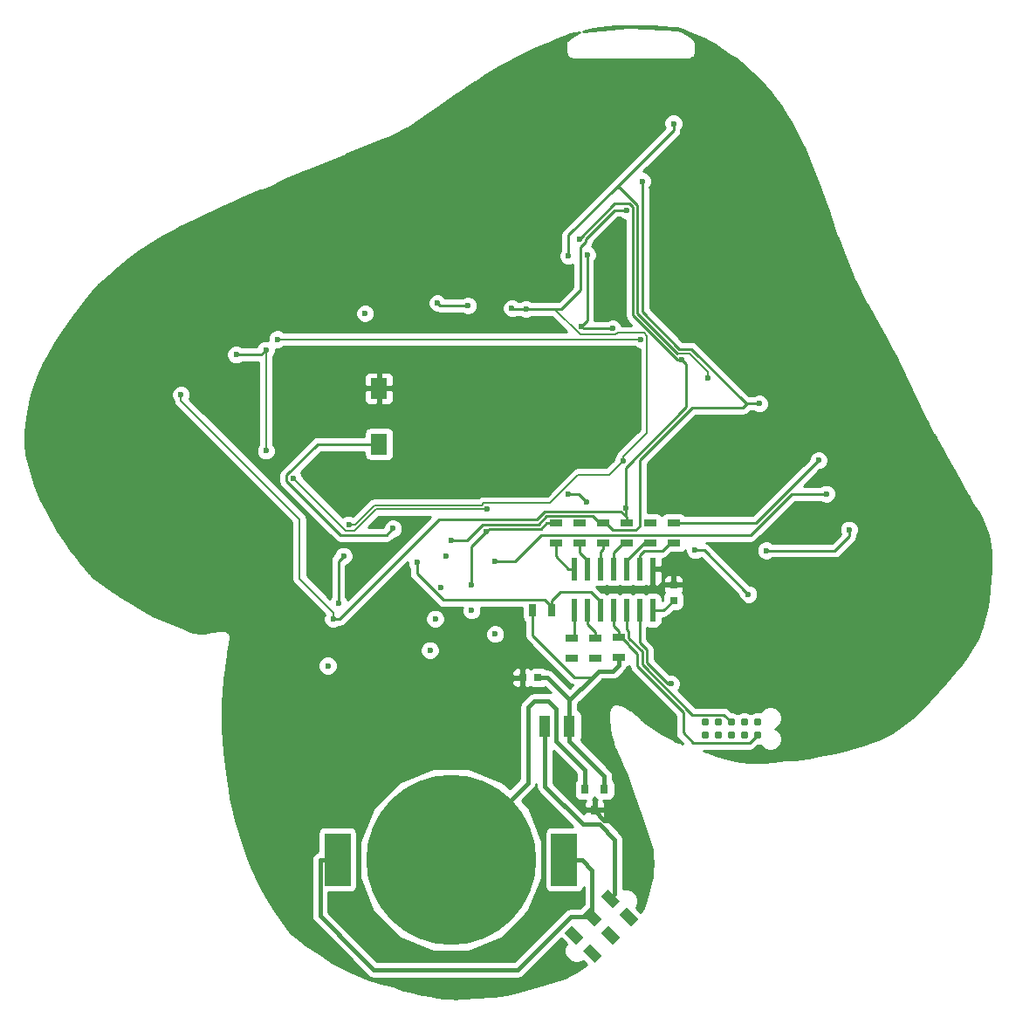
<source format=gbr>
G04 #@! TF.FileFunction,Copper,L2,Bot,Signal*
%FSLAX46Y46*%
G04 Gerber Fmt 4.6, Leading zero omitted, Abs format (unit mm)*
G04 Created by KiCad (PCBNEW 4.0.5+dfsg1-4) date Sun Sep 22 01:55:02 2019*
%MOMM*%
%LPD*%
G01*
G04 APERTURE LIST*
%ADD10C,0.100000*%
%ADD11C,0.787400*%
%ADD12R,0.800000X0.750000*%
%ADD13R,0.750000X0.800000*%
%ADD14R,1.140460X2.029460*%
%ADD15R,0.800000X0.900000*%
%ADD16R,1.300000X0.700000*%
%ADD17R,0.600000X2.200000*%
%ADD18R,0.700000X1.300000*%
%ADD19R,1.600000X2.000000*%
%ADD20R,2.500000X5.100000*%
%ADD21C,16.500000*%
%ADD22C,0.600000*%
%ADD23C,0.400000*%
%ADD24C,0.250000*%
%ADD25C,0.203200*%
%ADD26C,0.254000*%
G04 APERTURE END LIST*
D10*
D11*
X161064000Y-114519000D03*
X162334000Y-114519000D03*
X163604000Y-114519000D03*
X164874000Y-114519000D03*
X166144000Y-114519000D03*
X166144000Y-115789000D03*
X164874000Y-115789000D03*
X163604000Y-115789000D03*
X162334000Y-115789000D03*
X161064000Y-115789000D03*
D12*
X144870000Y-110210000D03*
X143370000Y-110210000D03*
D13*
X158016000Y-102696000D03*
X158016000Y-101196000D03*
D14*
X147940000Y-114930000D03*
X145532080Y-114930000D03*
D15*
X149420000Y-121040000D03*
X151320000Y-121040000D03*
X150370000Y-123040000D03*
D16*
X158016000Y-95220000D03*
X158016000Y-97120000D03*
X155730000Y-95220000D03*
X155730000Y-97120000D03*
X153444000Y-95220000D03*
X153444000Y-97120000D03*
X151158000Y-95219999D03*
X151158000Y-97119999D03*
X148872000Y-95219999D03*
X148872000Y-97119999D03*
X146586000Y-95220000D03*
X146586000Y-97120000D03*
X148110000Y-108296000D03*
X148110000Y-106396000D03*
X150396000Y-108296001D03*
X150396000Y-106396001D03*
X152682000Y-106330000D03*
X152682000Y-108230000D03*
D17*
X155984000Y-99660000D03*
X155984000Y-103660000D03*
X154714000Y-99660000D03*
X154714000Y-103660000D03*
X153444000Y-99660000D03*
X153444000Y-103660000D03*
X152174000Y-99660000D03*
X152174000Y-103660000D03*
X150904000Y-99660000D03*
X150904000Y-103660000D03*
X149634000Y-99660000D03*
X149634000Y-103660000D03*
X148364000Y-99660000D03*
X148364000Y-103660000D03*
D18*
X146230000Y-103670000D03*
X144330000Y-103670000D03*
D19*
X129450000Y-82150000D03*
X129450000Y-87550000D03*
D10*
G36*
X151691751Y-130719111D02*
X152823122Y-131850482D01*
X152116015Y-132557589D01*
X150984644Y-131426218D01*
X151691751Y-130719111D01*
X151691751Y-130719111D01*
G37*
G36*
X149923985Y-132486878D02*
X151055356Y-133618249D01*
X150348249Y-134325356D01*
X149216878Y-133193985D01*
X149923985Y-132486878D01*
X149923985Y-132486878D01*
G37*
G36*
X148156218Y-134254644D02*
X149287589Y-135386015D01*
X148580482Y-136093122D01*
X147449111Y-134961751D01*
X148156218Y-134254644D01*
X148156218Y-134254644D01*
G37*
G36*
X149923985Y-136022411D02*
X151055356Y-137153782D01*
X150348249Y-137860889D01*
X149216878Y-136729518D01*
X149923985Y-136022411D01*
X149923985Y-136022411D01*
G37*
G36*
X151691751Y-134254644D02*
X152823122Y-135386015D01*
X152116015Y-136093122D01*
X150984644Y-134961751D01*
X151691751Y-134254644D01*
X151691751Y-134254644D01*
G37*
G36*
X153459518Y-132486878D02*
X154590889Y-133618249D01*
X153883782Y-134325356D01*
X152752411Y-133193985D01*
X153459518Y-132486878D01*
X153459518Y-132486878D01*
G37*
D20*
X125426000Y-127854001D03*
X147426000Y-127854001D03*
D21*
X136426000Y-127854001D03*
D22*
X164874000Y-114519000D03*
X155984000Y-103660000D03*
X152682000Y-108230000D03*
X151010000Y-112210000D03*
X143370000Y-110210000D03*
X162334000Y-114519000D03*
X161920000Y-111800000D03*
X151320000Y-73850000D03*
X104760000Y-79190000D03*
X165680000Y-74610000D03*
X158016000Y-95220000D03*
X153110795Y-89210795D03*
X172099300Y-89130000D03*
X153444000Y-64849300D03*
X143720000Y-74450000D03*
X142349300Y-74380000D03*
X126520000Y-95354700D03*
X155730000Y-95220000D03*
X126012000Y-98402700D03*
X125504000Y-102949300D03*
X153365799Y-93790000D03*
X160130000Y-97840000D03*
X165290000Y-102110000D03*
X110249300Y-82750000D03*
X148872000Y-67643300D03*
X158849300Y-79380000D03*
X124996000Y-104498700D03*
X124488000Y-109045300D03*
X154968000Y-62055300D03*
X166349300Y-83630000D03*
X135410000Y-101450700D03*
X136426000Y-96853300D03*
X138098600Y-74130000D03*
X149570000Y-93140000D03*
X147810000Y-92420000D03*
X148872000Y-95219999D03*
X149634000Y-69192700D03*
X149101400Y-76130000D03*
X152120000Y-76350000D03*
X135120000Y-73860000D03*
X134902000Y-104498700D03*
X135918000Y-98402700D03*
X121130000Y-90859806D03*
X118480000Y-88209806D03*
X167020000Y-97870000D03*
X146586000Y-95220000D03*
X139874264Y-96081800D03*
X139970000Y-93880000D03*
X115600700Y-78880000D03*
X128100000Y-74880000D03*
X175046700Y-95850000D03*
X118480000Y-78410000D03*
X138436165Y-101205835D03*
X134394000Y-107546700D03*
X172850700Y-92380000D03*
X161351400Y-81130000D03*
X147830000Y-69310000D03*
X158016000Y-56467300D03*
X140722165Y-98919835D03*
X138436165Y-103702165D03*
X148110000Y-108296000D03*
X150396000Y-108296001D03*
X154849300Y-77380000D03*
X119600700Y-77380000D03*
X140722165Y-105988165D03*
X161064000Y-114519000D03*
X157770000Y-110800001D03*
X130810000Y-95750000D03*
X133140000Y-99040000D03*
D23*
X147940000Y-112340000D02*
X145810000Y-110210000D01*
X145810000Y-110210000D02*
X144870000Y-110210000D01*
X147940000Y-112410000D02*
X147940000Y-112340000D01*
X147940000Y-114930000D02*
X147940000Y-116344730D01*
X147940000Y-116344730D02*
X151320000Y-119724730D01*
X151320000Y-119724730D02*
X151320000Y-121040000D01*
X150790000Y-109560000D02*
X150190000Y-110160000D01*
X150190000Y-110160000D02*
X147940000Y-112410000D01*
D24*
X144330000Y-106106762D02*
X148383238Y-110160000D01*
X144330000Y-103670000D02*
X144330000Y-106106762D01*
X148383238Y-110160000D02*
X150190000Y-110160000D01*
D23*
X147940000Y-112410000D02*
X147940000Y-114930000D01*
X152102000Y-109560000D02*
X150790000Y-109560000D01*
X152682000Y-108980000D02*
X152102000Y-109560000D01*
X152682000Y-108230000D02*
X152682000Y-108980000D01*
D24*
X155984000Y-103660000D02*
X157052000Y-103660000D01*
X157052000Y-103660000D02*
X158016000Y-102696000D01*
X168203218Y-112130000D02*
X162250000Y-112130000D01*
X162250000Y-112130000D02*
X161920000Y-111800000D01*
D23*
X150370000Y-123040000D02*
X150370000Y-123090000D01*
X150370000Y-123090000D02*
X151320000Y-124040000D01*
X151320000Y-124040000D02*
X151850000Y-124040000D01*
X151760000Y-111460000D02*
X153250000Y-111460000D01*
X151010000Y-112210000D02*
X151760000Y-111460000D01*
X151010000Y-116980000D02*
X151010000Y-112210000D01*
X151750000Y-117720000D02*
X151010000Y-116980000D01*
X151750000Y-118870000D02*
X151750000Y-117720000D01*
X153040000Y-120160000D02*
X151750000Y-118870000D01*
X153040000Y-122850000D02*
X153040000Y-120160000D01*
X151850000Y-124040000D02*
X153040000Y-122850000D01*
D24*
X174100000Y-112130000D02*
X168203218Y-112130000D01*
X155984000Y-99660000D02*
X161630000Y-99660000D01*
X186780000Y-107450000D02*
X186780000Y-93380000D01*
X161630000Y-99660000D02*
X174100000Y-112130000D01*
X174100000Y-112130000D02*
X182100000Y-112130000D01*
X182100000Y-112130000D02*
X186780000Y-107450000D01*
X186780000Y-93380000D02*
X184450000Y-93380000D01*
X184450000Y-93380000D02*
X165680000Y-74610000D01*
X146170000Y-74450000D02*
X147160000Y-74450000D01*
X143720000Y-74450000D02*
X146170000Y-74450000D01*
D25*
X152425199Y-76954801D02*
X149000000Y-76954801D01*
X146170000Y-74450000D02*
X146495199Y-74450000D01*
X146495199Y-74450000D02*
X149000000Y-76954801D01*
D24*
X147160000Y-74450000D02*
X147170000Y-74460000D01*
X147170000Y-74460000D02*
X149005799Y-72624201D01*
X149005799Y-72624201D02*
X149005799Y-68439239D01*
X149005799Y-68439239D02*
X149500201Y-67944837D01*
X152306934Y-64849300D02*
X153444000Y-64849300D01*
X149500201Y-67944837D02*
X149500201Y-67656033D01*
X149500201Y-67656033D02*
X152306934Y-64849300D01*
D25*
X126520000Y-95354700D02*
X127121980Y-95354700D01*
X139406410Y-93473590D02*
X139604801Y-93275199D01*
X127121980Y-95354700D02*
X129003090Y-93473590D01*
X129003090Y-93473590D02*
X139406410Y-93473590D01*
X148774894Y-90560000D02*
X151761590Y-90560000D01*
X139604801Y-93275199D02*
X146059695Y-93275199D01*
X146059695Y-93275199D02*
X148774894Y-90560000D01*
X151761590Y-90560000D02*
X153110795Y-89210795D01*
X153110795Y-89210795D02*
X153110795Y-88786531D01*
X155139605Y-76775199D02*
X152604801Y-76775199D01*
X153110795Y-88786531D02*
X155454101Y-86443225D01*
X155454101Y-77089695D02*
X155139605Y-76775199D01*
X155454101Y-86443225D02*
X155454101Y-77089695D01*
X152604801Y-76775199D02*
X152425199Y-76954801D01*
D24*
X158016000Y-95220000D02*
X166009300Y-95220000D01*
X166009300Y-95220000D02*
X172099300Y-89130000D01*
X143720000Y-74450000D02*
X142419300Y-74450000D01*
X142419300Y-74450000D02*
X142349300Y-74380000D01*
X125504000Y-102949300D02*
X125504000Y-98910700D01*
X125504000Y-98910700D02*
X126012000Y-98402700D01*
X153745537Y-64221099D02*
X154072201Y-64547763D01*
X154072201Y-64547763D02*
X154072201Y-75085294D01*
X154072201Y-75085294D02*
X158366907Y-79380000D01*
X158366907Y-79380000D02*
X158849300Y-79380000D01*
D25*
X153745537Y-64221099D02*
X153745537Y-64255731D01*
D24*
X153365799Y-94541799D02*
X153365799Y-93790000D01*
X153365799Y-93790000D02*
X153365799Y-89844201D01*
X165290000Y-102110000D02*
X161020000Y-97840000D01*
X161020000Y-97840000D02*
X160130000Y-97840000D01*
X124996000Y-104498700D02*
X125644780Y-104498700D01*
X125644780Y-104498700D02*
X135283480Y-94860000D01*
X135283480Y-94860000D02*
X144764131Y-94860000D01*
X144764131Y-94860000D02*
X145535542Y-94088588D01*
X145535542Y-94088588D02*
X152928588Y-94088588D01*
X152928588Y-94088588D02*
X153365799Y-94525799D01*
X153365799Y-94525799D02*
X153365799Y-94541799D01*
D25*
X121720000Y-94822680D02*
X121720000Y-100620720D01*
X121720000Y-100620720D02*
X124996000Y-103896720D01*
X124996000Y-103896720D02*
X124996000Y-104498700D01*
X110249300Y-82750000D02*
X110249300Y-83351980D01*
X110249300Y-83351980D02*
X121720000Y-94822680D01*
D24*
X152294201Y-64221099D02*
X148872000Y-67643300D01*
X153745537Y-64221099D02*
X152294201Y-64221099D01*
X159250000Y-83960000D02*
X159250000Y-79780700D01*
X159250000Y-79780700D02*
X158849300Y-79380000D01*
X153365799Y-89844201D02*
X159250000Y-83960000D01*
X153444000Y-95220000D02*
X153444000Y-94620000D01*
X153444000Y-94620000D02*
X153365799Y-94541799D01*
X159860934Y-83990000D02*
X164770000Y-83990000D01*
X166349300Y-83630000D02*
X165130000Y-83630000D01*
X165130000Y-83630000D02*
X164770000Y-83990000D01*
X151158000Y-95219999D02*
X151458000Y-95219999D01*
X151458000Y-95219999D02*
X152136202Y-95898201D01*
X154751799Y-95502963D02*
X154751799Y-89099135D01*
X152136202Y-95898201D02*
X154356561Y-95898201D01*
X154356561Y-95898201D02*
X154751799Y-95502963D01*
X154751799Y-89099135D02*
X159860934Y-83990000D01*
X154968000Y-62055300D02*
X154968000Y-62704080D01*
X154978621Y-62714701D02*
X154978621Y-74709846D01*
X158600500Y-78331725D02*
X159762947Y-78331725D01*
X154968000Y-62704080D02*
X154978621Y-62714701D01*
X154978621Y-74709846D02*
X158600500Y-78331725D01*
X159762947Y-78331725D02*
X165061222Y-83630000D01*
X165061222Y-83630000D02*
X166349300Y-83630000D01*
X151158000Y-95219999D02*
X150858000Y-95219999D01*
X150858000Y-95219999D02*
X150179799Y-94541798D01*
X150179799Y-94541798D02*
X145723267Y-94541798D01*
X145723267Y-94541798D02*
X144936474Y-95328591D01*
X144936474Y-95328591D02*
X139668591Y-95328591D01*
X139668591Y-95328591D02*
X139667182Y-95330000D01*
X139667182Y-95330000D02*
X139513300Y-95330000D01*
X139513300Y-95330000D02*
X137990000Y-96853300D01*
X137990000Y-96853300D02*
X136426000Y-96853300D01*
X147810000Y-92420000D02*
X148850000Y-92420000D01*
X148850000Y-92420000D02*
X149570000Y-93140000D01*
X149634000Y-69192700D02*
X149634000Y-75597400D01*
X149634000Y-75597400D02*
X149101400Y-76130000D01*
X152120000Y-76350000D02*
X149321400Y-76350000D01*
X149321400Y-76350000D02*
X149101400Y-76130000D01*
X138098600Y-74130000D02*
X135390000Y-74130000D01*
X135390000Y-74130000D02*
X135120000Y-73860000D01*
D25*
X121130000Y-90859806D02*
X126229695Y-95959501D01*
D24*
X167020000Y-97870000D02*
X173675480Y-97870000D01*
X173675480Y-97870000D02*
X175046700Y-96498780D01*
X175046700Y-96498780D02*
X175046700Y-95850000D01*
X139874264Y-96081800D02*
X140174263Y-95781801D01*
X140174263Y-95781801D02*
X145148199Y-95781801D01*
X145148199Y-95781801D02*
X145150000Y-95780000D01*
X145150000Y-95756000D02*
X145686000Y-95220000D01*
X145150000Y-95780000D02*
X145150000Y-95756000D01*
X145686000Y-95220000D02*
X146586000Y-95220000D01*
X138436165Y-101205835D02*
X138436165Y-97519899D01*
X138436165Y-97519899D02*
X139874264Y-96081800D01*
X146456000Y-95350000D02*
X146586000Y-95220000D01*
D25*
X118480000Y-78410000D02*
X118480000Y-88209806D01*
X126229695Y-95959501D02*
X127091929Y-95959501D01*
X127091929Y-95959501D02*
X129171430Y-93880000D01*
X129171430Y-93880000D02*
X139970000Y-93880000D01*
D24*
X115600700Y-78880000D02*
X118010000Y-78880000D01*
X118010000Y-78880000D02*
X118480000Y-78410000D01*
D25*
X158369949Y-78775199D02*
X158386494Y-78758653D01*
X158386494Y-78758653D02*
X159598579Y-78775199D01*
D24*
X154525411Y-74897570D02*
X158386494Y-78758653D01*
X154525411Y-64360038D02*
X154525411Y-74897570D01*
X152835372Y-62670000D02*
X154525411Y-64360038D01*
D25*
X159598579Y-78775199D02*
X161351400Y-80528020D01*
X161351400Y-80528020D02*
X161351400Y-81130000D01*
D24*
X172850700Y-92380000D02*
X169490234Y-92380000D01*
X169490234Y-92380000D02*
X165518823Y-96351411D01*
X165518823Y-96351411D02*
X145219524Y-96351411D01*
X145219524Y-96351411D02*
X142651100Y-98919835D01*
X142651100Y-98919835D02*
X140722165Y-98919835D01*
X158016000Y-57116080D02*
X152462080Y-62670000D01*
X152462080Y-62670000D02*
X147830000Y-67302080D01*
X152835372Y-62670000D02*
X152462080Y-62670000D01*
X158016000Y-56467300D02*
X158016000Y-57116080D01*
X147830000Y-67302080D02*
X147830000Y-69310000D01*
D25*
X119600700Y-77380000D02*
X154849300Y-77380000D01*
D23*
X125426000Y-127854001D02*
X123776000Y-127854001D01*
X127530000Y-137120000D02*
X128950000Y-138540000D01*
X123776000Y-127854001D02*
X123726000Y-127904001D01*
X123726000Y-127904001D02*
X123726000Y-130804001D01*
X123730000Y-130808001D02*
X123730000Y-133290000D01*
X123726000Y-130804001D02*
X123730000Y-130808001D01*
X123730000Y-133290000D02*
X127530000Y-137090000D01*
X127530000Y-137090000D02*
X127530000Y-137120000D01*
X128950000Y-138540000D02*
X142900000Y-138540000D01*
X142900000Y-138540000D02*
X148033883Y-133406117D01*
X148033883Y-133406117D02*
X150136117Y-133406117D01*
X149126000Y-127854001D02*
X147426000Y-127854001D01*
X150136117Y-133406117D02*
X150136117Y-128864118D01*
X150136117Y-128864118D02*
X149126000Y-127854001D01*
D24*
X152682000Y-106330000D02*
X152982000Y-106330000D01*
X158970499Y-115549281D02*
X159932119Y-116510901D01*
X152982000Y-106330000D02*
X153660201Y-107008201D01*
X153660201Y-107008201D02*
X153660201Y-107020201D01*
X153660201Y-107020201D02*
X154526790Y-107886790D01*
X159932119Y-116510901D02*
X165422099Y-116510901D01*
X154526790Y-107886790D02*
X154526790Y-109117725D01*
X154526790Y-109117725D02*
X158970499Y-113561433D01*
X158970499Y-113561433D02*
X158970499Y-115549281D01*
X165422099Y-116510901D02*
X166144000Y-115789000D01*
X152682000Y-106330000D02*
X152682000Y-105730000D01*
X152682000Y-105730000D02*
X152174000Y-105222000D01*
X152174000Y-105222000D02*
X152174000Y-103660000D01*
X150396000Y-106396001D02*
X150396000Y-105796001D01*
X150396000Y-105796001D02*
X149634000Y-105034001D01*
X149634000Y-105034001D02*
X149634000Y-105010000D01*
X149634000Y-105010000D02*
X149634000Y-103660000D01*
X148364000Y-103660000D02*
X148364000Y-106142000D01*
X148364000Y-106142000D02*
X148110000Y-106396000D01*
X148364000Y-99660000D02*
X147814000Y-99660000D01*
X147814000Y-99660000D02*
X146586000Y-98432000D01*
X146586000Y-98432000D02*
X146586000Y-97720000D01*
X146586000Y-97720000D02*
X146586000Y-97120000D01*
X148872000Y-97119999D02*
X148872000Y-98098000D01*
X149634000Y-98860000D02*
X149634000Y-99660000D01*
X148872000Y-98098000D02*
X149634000Y-98860000D01*
X149172000Y-97119999D02*
X148872000Y-97119999D01*
X150904000Y-97973999D02*
X150904000Y-99660000D01*
X151158000Y-97119999D02*
X151158000Y-97719999D01*
X151158000Y-97719999D02*
X150904000Y-97973999D01*
X152174000Y-98090000D02*
X152174000Y-99660000D01*
X153444000Y-97120000D02*
X153144000Y-97120000D01*
X153144000Y-97120000D02*
X152174000Y-98090000D01*
X155730000Y-97120000D02*
X155184000Y-97120000D01*
X155184000Y-97120000D02*
X153444000Y-98860000D01*
X153444000Y-98860000D02*
X153444000Y-99660000D01*
X155142000Y-97882000D02*
X156954000Y-97882000D01*
X156954000Y-97882000D02*
X157716000Y-97120000D01*
X157716000Y-97120000D02*
X158016000Y-97120000D01*
X154714000Y-99660000D02*
X154714000Y-98310000D01*
X154714000Y-98310000D02*
X155142000Y-97882000D01*
D23*
X136426000Y-127854001D02*
X143890000Y-120390001D01*
X145890000Y-112460000D02*
X146670000Y-113240000D01*
X143890000Y-120390001D02*
X143890000Y-113080000D01*
X143890000Y-113080000D02*
X144510000Y-112460000D01*
X144510000Y-112460000D02*
X145890000Y-112460000D01*
X146670000Y-113240000D02*
X146670000Y-116380000D01*
X146670000Y-116380000D02*
X149420000Y-119130000D01*
X149420000Y-119130000D02*
X149420000Y-121040000D01*
X136426000Y-127854001D02*
X138515999Y-127854001D01*
D24*
X154714000Y-103660000D02*
X154714000Y-106780132D01*
X154714000Y-106780132D02*
X155433210Y-107499342D01*
X155433210Y-107499342D02*
X155433210Y-108742276D01*
X155433210Y-108742276D02*
X157490935Y-110800001D01*
X157490935Y-110800001D02*
X157770000Y-110800001D01*
X154714000Y-103660000D02*
X154714000Y-104460000D01*
X163604000Y-114519000D02*
X162882099Y-113797099D01*
X162882099Y-113797099D02*
X159847099Y-113797099D01*
X159847099Y-113797099D02*
X154980000Y-108930000D01*
X154980000Y-108930000D02*
X154980000Y-107687066D01*
X154980000Y-107687066D02*
X153660201Y-106367267D01*
X153660201Y-106367267D02*
X153660201Y-105717439D01*
X153660201Y-105717439D02*
X153444000Y-105501238D01*
X153444000Y-105501238D02*
X153444000Y-103660000D01*
X153444000Y-102860000D02*
X153444000Y-103660000D01*
X130810000Y-95750000D02*
X130170689Y-96389311D01*
X130170689Y-96389311D02*
X125729767Y-96389311D01*
X125729767Y-96389311D02*
X120501799Y-91161343D01*
X128400000Y-87550000D02*
X129450000Y-87550000D01*
X120501799Y-91161343D02*
X120501799Y-90558269D01*
X120501799Y-90558269D02*
X123510068Y-87550000D01*
X123510068Y-87550000D02*
X128400000Y-87550000D01*
X146230000Y-103670000D02*
X146230000Y-103370000D01*
X146230000Y-103370000D02*
X145551799Y-102691799D01*
X145551799Y-102691799D02*
X135721361Y-102691799D01*
X135721361Y-102691799D02*
X133140000Y-100110438D01*
X133140000Y-100110438D02*
X133140000Y-99040000D01*
X147070000Y-101930000D02*
X149974000Y-101930000D01*
X149974000Y-101930000D02*
X150904000Y-102860000D01*
X150904000Y-102860000D02*
X150904000Y-103660000D01*
X146230000Y-103670000D02*
X146230000Y-102770000D01*
X146230000Y-102770000D02*
X147070000Y-101930000D01*
D23*
X151903883Y-131638350D02*
X152328146Y-131214087D01*
X152328146Y-131214087D02*
X152328146Y-125901213D01*
X152328146Y-125901213D02*
X150846933Y-124420000D01*
X150846933Y-124420000D02*
X149212238Y-124420000D01*
X149212238Y-124420000D02*
X145532080Y-120739842D01*
X145532080Y-116344730D02*
X145532080Y-114930000D01*
X145532080Y-120739842D02*
X145532080Y-116344730D01*
D26*
G36*
X155100212Y-47005986D02*
X156012134Y-47035594D01*
X156883699Y-47090051D01*
X157952349Y-47186419D01*
X158313439Y-47237025D01*
X158618878Y-47300425D01*
X158917168Y-47386984D01*
X159256223Y-47510207D01*
X160231653Y-47921344D01*
X160916001Y-48234721D01*
X161555156Y-48556183D01*
X162065875Y-48840976D01*
X162385911Y-49054047D01*
X162956027Y-49474280D01*
X162975581Y-49483458D01*
X162991101Y-49498487D01*
X163588682Y-49884026D01*
X164053828Y-50188656D01*
X164564147Y-50580780D01*
X165123337Y-51060084D01*
X165708525Y-51606517D01*
X166299185Y-52200899D01*
X166875812Y-52824412D01*
X167419164Y-53458051D01*
X167911784Y-54084478D01*
X168429797Y-54805897D01*
X168919407Y-55549420D01*
X169386684Y-56326823D01*
X169838667Y-57151593D01*
X170282051Y-58036950D01*
X170723319Y-58995905D01*
X171168777Y-60041147D01*
X171627047Y-61191136D01*
X171629109Y-61194314D01*
X171629838Y-61198030D01*
X172140221Y-62439429D01*
X172165224Y-62536613D01*
X172176889Y-62560876D01*
X172180462Y-62587558D01*
X172280708Y-62880747D01*
X172286693Y-62891061D01*
X172288680Y-62902821D01*
X172617826Y-63767502D01*
X172819645Y-64300262D01*
X173027153Y-64891445D01*
X173217466Y-65472924D01*
X173367937Y-65978476D01*
X173370603Y-65983527D01*
X173371226Y-65989204D01*
X173555684Y-66573751D01*
X173561815Y-66584920D01*
X173563668Y-66597527D01*
X173844524Y-67385766D01*
X173848497Y-67392415D01*
X173849793Y-67400048D01*
X174188869Y-68288711D01*
X174192698Y-68294806D01*
X174194049Y-68301878D01*
X174553169Y-69187695D01*
X174554201Y-69189265D01*
X174554564Y-69191110D01*
X175161062Y-70664284D01*
X175411417Y-71325243D01*
X175419064Y-71337483D01*
X175422034Y-71351609D01*
X175526004Y-71595092D01*
X175537576Y-71612010D01*
X175542969Y-71631784D01*
X175822825Y-72192972D01*
X175826846Y-72198164D01*
X175828693Y-72204467D01*
X176723731Y-73917672D01*
X176726471Y-73921076D01*
X176727752Y-73925252D01*
X177749343Y-75822405D01*
X177753488Y-75827424D01*
X177755513Y-75833612D01*
X178518998Y-77190130D01*
X178519242Y-77190414D01*
X178519359Y-77190771D01*
X179064595Y-78157089D01*
X179524972Y-79059992D01*
X180795552Y-81701747D01*
X180795811Y-81702092D01*
X180795919Y-81702508D01*
X182368899Y-84962703D01*
X182370224Y-84964462D01*
X182370789Y-84966588D01*
X182671011Y-85578936D01*
X182675736Y-85585123D01*
X182677901Y-85592601D01*
X182969541Y-86155283D01*
X182975602Y-86162862D01*
X182978559Y-86172104D01*
X183228279Y-86622716D01*
X183241159Y-86637933D01*
X183248316Y-86656546D01*
X183422775Y-86932687D01*
X183429324Y-86939580D01*
X183432978Y-86948359D01*
X183574520Y-87159411D01*
X183744307Y-87443980D01*
X184122811Y-88154180D01*
X184497077Y-88868136D01*
X184510153Y-88884333D01*
X184517221Y-88903913D01*
X184827207Y-89417805D01*
X184831253Y-89422244D01*
X184833388Y-89427854D01*
X184989908Y-89677508D01*
X185229679Y-90095454D01*
X185851914Y-91246709D01*
X185852604Y-91247542D01*
X185852927Y-91248577D01*
X186544258Y-92518241D01*
X186549682Y-92524747D01*
X186552399Y-92532768D01*
X186873502Y-93089806D01*
X186879601Y-93096770D01*
X186882802Y-93105454D01*
X187132318Y-93512885D01*
X187132582Y-93513171D01*
X187132717Y-93513536D01*
X187566275Y-94219716D01*
X187921193Y-94879797D01*
X188210444Y-95517164D01*
X188438936Y-96142539D01*
X188611466Y-96767838D01*
X188732158Y-97405749D01*
X188804153Y-98069110D01*
X188829746Y-98771125D01*
X188809440Y-99684724D01*
X188744012Y-100664753D01*
X188638306Y-101674357D01*
X188497567Y-102678227D01*
X188327392Y-103641088D01*
X188133917Y-104526992D01*
X187922672Y-105304817D01*
X187816609Y-105629950D01*
X187709273Y-105915673D01*
X187579288Y-106211943D01*
X187421875Y-106528857D01*
X187011267Y-107248949D01*
X186497041Y-108038369D01*
X185885881Y-108886969D01*
X185188044Y-109779850D01*
X184413507Y-110703163D01*
X183572227Y-111643457D01*
X182673205Y-112588500D01*
X181871213Y-113386827D01*
X181148736Y-114060251D01*
X180484120Y-114624691D01*
X179853040Y-115099000D01*
X179229057Y-115503328D01*
X178583472Y-115858002D01*
X177886876Y-116181981D01*
X177117951Y-116489708D01*
X176402012Y-116727168D01*
X175463956Y-116991554D01*
X174381990Y-117264347D01*
X173237422Y-117527138D01*
X172109310Y-117762501D01*
X171077264Y-117953185D01*
X170219094Y-118082709D01*
X169894489Y-118118031D01*
X169638766Y-118133477D01*
X169175961Y-118144321D01*
X169149484Y-118150236D01*
X169122474Y-118147671D01*
X168071880Y-118254867D01*
X168055979Y-118259751D01*
X168039366Y-118258973D01*
X167958186Y-118271203D01*
X167940007Y-118277754D01*
X167894742Y-118281971D01*
X166607255Y-118392803D01*
X165975408Y-118394853D01*
X165326188Y-118362855D01*
X164673847Y-118297324D01*
X164023052Y-118198966D01*
X163378431Y-118068557D01*
X162744703Y-117906983D01*
X162126478Y-117715209D01*
X161512184Y-117488321D01*
X160932600Y-117270901D01*
X165422099Y-117270901D01*
X165712938Y-117213049D01*
X165959500Y-117048302D01*
X166190062Y-116817740D01*
X166347723Y-116817878D01*
X166442526Y-116778706D01*
X166455219Y-116809427D01*
X166772900Y-117127663D01*
X167188183Y-117300103D01*
X167637844Y-117300496D01*
X168053427Y-117128781D01*
X168371663Y-116811100D01*
X168544103Y-116395817D01*
X168544496Y-115946156D01*
X168372781Y-115530573D01*
X168055100Y-115212337D01*
X167914777Y-115154070D01*
X168053427Y-115096781D01*
X168371663Y-114779100D01*
X168544103Y-114363817D01*
X168544496Y-113914156D01*
X168372781Y-113498573D01*
X168055100Y-113180337D01*
X167639817Y-113007897D01*
X167190156Y-113007504D01*
X166774573Y-113179219D01*
X166456337Y-113496900D01*
X166442902Y-113529255D01*
X166349519Y-113490479D01*
X165940277Y-113490122D01*
X165562050Y-113646402D01*
X165509161Y-113699199D01*
X165457472Y-113647419D01*
X165079519Y-113490479D01*
X164670277Y-113490122D01*
X164292050Y-113646402D01*
X164239161Y-113699199D01*
X164187472Y-113647419D01*
X163809519Y-113490479D01*
X163650142Y-113490340D01*
X163419500Y-113259698D01*
X163172938Y-113094951D01*
X162882099Y-113037099D01*
X160161901Y-113037099D01*
X158508614Y-111383812D01*
X158562192Y-111330328D01*
X158704838Y-110986800D01*
X158705162Y-110614834D01*
X158563117Y-110271058D01*
X158300327Y-110007809D01*
X157956799Y-109865163D01*
X157630615Y-109864879D01*
X156193210Y-108427474D01*
X156193210Y-107499342D01*
X156135358Y-107208503D01*
X155970611Y-106961941D01*
X155474000Y-106465330D01*
X155474000Y-105364914D01*
X155684000Y-105407440D01*
X156284000Y-105407440D01*
X156519317Y-105363162D01*
X156735441Y-105224090D01*
X156880431Y-105011890D01*
X156931440Y-104760000D01*
X156931440Y-104420000D01*
X157052000Y-104420000D01*
X157342839Y-104362148D01*
X157589401Y-104197401D01*
X158043362Y-103743440D01*
X158391000Y-103743440D01*
X158626317Y-103699162D01*
X158842441Y-103560090D01*
X158987431Y-103347890D01*
X159038440Y-103096000D01*
X159038440Y-102296000D01*
X158994162Y-102060683D01*
X158927671Y-101957354D01*
X158929327Y-101955698D01*
X159026000Y-101722309D01*
X159026000Y-101481750D01*
X158867250Y-101323000D01*
X158143000Y-101323000D01*
X158143000Y-101343000D01*
X157889000Y-101343000D01*
X157889000Y-101323000D01*
X157164750Y-101323000D01*
X157006000Y-101481750D01*
X157006000Y-101722309D01*
X157102673Y-101955698D01*
X157104043Y-101957068D01*
X157044569Y-102044110D01*
X156993560Y-102296000D01*
X156993560Y-102643638D01*
X156931440Y-102705758D01*
X156931440Y-102560000D01*
X156887162Y-102324683D01*
X156748090Y-102108559D01*
X156535890Y-101963569D01*
X156284000Y-101912560D01*
X155684000Y-101912560D01*
X155448683Y-101956838D01*
X155349472Y-102020678D01*
X155265890Y-101963569D01*
X155014000Y-101912560D01*
X154414000Y-101912560D01*
X154178683Y-101956838D01*
X154079472Y-102020678D01*
X153995890Y-101963569D01*
X153744000Y-101912560D01*
X153144000Y-101912560D01*
X152908683Y-101956838D01*
X152809472Y-102020678D01*
X152725890Y-101963569D01*
X152474000Y-101912560D01*
X151874000Y-101912560D01*
X151638683Y-101956838D01*
X151539472Y-102020678D01*
X151455890Y-101963569D01*
X151204000Y-101912560D01*
X151031362Y-101912560D01*
X150511401Y-101392599D01*
X150503003Y-101386988D01*
X150604000Y-101407440D01*
X151204000Y-101407440D01*
X151439317Y-101363162D01*
X151538528Y-101299322D01*
X151622110Y-101356431D01*
X151874000Y-101407440D01*
X152474000Y-101407440D01*
X152709317Y-101363162D01*
X152808528Y-101299322D01*
X152892110Y-101356431D01*
X153144000Y-101407440D01*
X153744000Y-101407440D01*
X153979317Y-101363162D01*
X154078528Y-101299322D01*
X154162110Y-101356431D01*
X154414000Y-101407440D01*
X155014000Y-101407440D01*
X155249317Y-101363162D01*
X155339981Y-101304821D01*
X155557691Y-101395000D01*
X155698250Y-101395000D01*
X155857000Y-101236250D01*
X155857000Y-99787000D01*
X156111000Y-99787000D01*
X156111000Y-101236250D01*
X156269750Y-101395000D01*
X156410309Y-101395000D01*
X156643698Y-101298327D01*
X156822327Y-101119699D01*
X156919000Y-100886310D01*
X156919000Y-100669691D01*
X157006000Y-100669691D01*
X157006000Y-100910250D01*
X157164750Y-101069000D01*
X157889000Y-101069000D01*
X157889000Y-100319750D01*
X158143000Y-100319750D01*
X158143000Y-101069000D01*
X158867250Y-101069000D01*
X159026000Y-100910250D01*
X159026000Y-100669691D01*
X158929327Y-100436302D01*
X158750699Y-100257673D01*
X158517310Y-100161000D01*
X158301750Y-100161000D01*
X158143000Y-100319750D01*
X157889000Y-100319750D01*
X157730250Y-100161000D01*
X157514690Y-100161000D01*
X157281301Y-100257673D01*
X157102673Y-100436302D01*
X157006000Y-100669691D01*
X156919000Y-100669691D01*
X156919000Y-99945750D01*
X156760250Y-99787000D01*
X156111000Y-99787000D01*
X155857000Y-99787000D01*
X155837000Y-99787000D01*
X155837000Y-99533000D01*
X155857000Y-99533000D01*
X155857000Y-99513000D01*
X156111000Y-99513000D01*
X156111000Y-99533000D01*
X156760250Y-99533000D01*
X156919000Y-99374250D01*
X156919000Y-98642000D01*
X156954000Y-98642000D01*
X157244839Y-98584148D01*
X157491401Y-98419401D01*
X157793362Y-98117440D01*
X158666000Y-98117440D01*
X158901317Y-98073162D01*
X159117441Y-97934090D01*
X159195016Y-97820555D01*
X159194838Y-98025167D01*
X159336883Y-98368943D01*
X159599673Y-98632192D01*
X159943201Y-98774838D01*
X160315167Y-98775162D01*
X160658943Y-98633117D01*
X160692118Y-98600000D01*
X160705198Y-98600000D01*
X164354878Y-102249680D01*
X164354838Y-102295167D01*
X164496883Y-102638943D01*
X164759673Y-102902192D01*
X165103201Y-103044838D01*
X165475167Y-103045162D01*
X165818943Y-102903117D01*
X166082192Y-102640327D01*
X166224838Y-102296799D01*
X166225162Y-101924833D01*
X166083117Y-101581057D01*
X165820327Y-101317808D01*
X165476799Y-101175162D01*
X165429923Y-101175121D01*
X162309969Y-98055167D01*
X166084838Y-98055167D01*
X166226883Y-98398943D01*
X166489673Y-98662192D01*
X166833201Y-98804838D01*
X167205167Y-98805162D01*
X167548943Y-98663117D01*
X167582118Y-98630000D01*
X173675480Y-98630000D01*
X173966319Y-98572148D01*
X174212881Y-98407401D01*
X175584101Y-97036181D01*
X175748848Y-96789619D01*
X175806700Y-96498780D01*
X175806700Y-96412463D01*
X175838892Y-96380327D01*
X175981538Y-96036799D01*
X175981862Y-95664833D01*
X175839817Y-95321057D01*
X175577027Y-95057808D01*
X175233499Y-94915162D01*
X174861533Y-94914838D01*
X174517757Y-95056883D01*
X174254508Y-95319673D01*
X174111862Y-95663201D01*
X174111538Y-96035167D01*
X174206262Y-96264416D01*
X173360678Y-97110000D01*
X167582463Y-97110000D01*
X167550327Y-97077808D01*
X167206799Y-96935162D01*
X166834833Y-96934838D01*
X166491057Y-97076883D01*
X166227808Y-97339673D01*
X166085162Y-97683201D01*
X166084838Y-98055167D01*
X162309969Y-98055167D01*
X161557401Y-97302599D01*
X161310839Y-97137852D01*
X161177912Y-97111411D01*
X165518823Y-97111411D01*
X165809662Y-97053559D01*
X166056224Y-96888812D01*
X169805036Y-93140000D01*
X172288237Y-93140000D01*
X172320373Y-93172192D01*
X172663901Y-93314838D01*
X173035867Y-93315162D01*
X173379643Y-93173117D01*
X173642892Y-92910327D01*
X173785538Y-92566799D01*
X173785862Y-92194833D01*
X173643817Y-91851057D01*
X173381027Y-91587808D01*
X173037499Y-91445162D01*
X172665533Y-91444838D01*
X172321757Y-91586883D01*
X172288582Y-91620000D01*
X170684102Y-91620000D01*
X172238980Y-90065122D01*
X172284467Y-90065162D01*
X172628243Y-89923117D01*
X172891492Y-89660327D01*
X173034138Y-89316799D01*
X173034462Y-88944833D01*
X172892417Y-88601057D01*
X172629627Y-88337808D01*
X172286099Y-88195162D01*
X171914133Y-88194838D01*
X171570357Y-88336883D01*
X171307108Y-88599673D01*
X171164462Y-88943201D01*
X171164421Y-88990077D01*
X165694498Y-94460000D01*
X159156757Y-94460000D01*
X159130090Y-94418559D01*
X158917890Y-94273569D01*
X158666000Y-94222560D01*
X157366000Y-94222560D01*
X157130683Y-94266838D01*
X156914559Y-94405910D01*
X156874076Y-94465159D01*
X156844090Y-94418559D01*
X156631890Y-94273569D01*
X156380000Y-94222560D01*
X155511799Y-94222560D01*
X155511799Y-89413937D01*
X160175736Y-84750000D01*
X164770000Y-84750000D01*
X165060839Y-84692148D01*
X165307401Y-84527401D01*
X165444802Y-84390000D01*
X165786837Y-84390000D01*
X165818973Y-84422192D01*
X166162501Y-84564838D01*
X166534467Y-84565162D01*
X166878243Y-84423117D01*
X167141492Y-84160327D01*
X167284138Y-83816799D01*
X167284462Y-83444833D01*
X167142417Y-83101057D01*
X166879627Y-82837808D01*
X166536099Y-82695162D01*
X166164133Y-82694838D01*
X165820357Y-82836883D01*
X165787182Y-82870000D01*
X165376024Y-82870000D01*
X160300348Y-77794324D01*
X160053786Y-77629577D01*
X159762947Y-77571725D01*
X158915302Y-77571725D01*
X155738621Y-74395044D01*
X155738621Y-62714701D01*
X155728000Y-62661306D01*
X155728000Y-62617763D01*
X155760192Y-62585627D01*
X155902838Y-62242099D01*
X155903162Y-61870133D01*
X155761117Y-61526357D01*
X155498327Y-61263108D01*
X155154799Y-61120462D01*
X155086480Y-61120402D01*
X158553401Y-57653481D01*
X158718148Y-57406919D01*
X158776000Y-57116080D01*
X158776000Y-57029763D01*
X158808192Y-56997627D01*
X158950838Y-56654099D01*
X158951162Y-56282133D01*
X158809117Y-55938357D01*
X158546327Y-55675108D01*
X158202799Y-55532462D01*
X157830833Y-55532138D01*
X157487057Y-55674183D01*
X157223808Y-55936973D01*
X157081162Y-56280501D01*
X157080838Y-56652467D01*
X157175562Y-56881716D01*
X147292599Y-66764679D01*
X147127852Y-67011241D01*
X147070000Y-67302080D01*
X147070000Y-68747537D01*
X147037808Y-68779673D01*
X146895162Y-69123201D01*
X146894838Y-69495167D01*
X147036883Y-69838943D01*
X147299673Y-70102192D01*
X147643201Y-70244838D01*
X148015167Y-70245162D01*
X148245799Y-70149867D01*
X148245799Y-72309399D01*
X146865198Y-73690000D01*
X144282463Y-73690000D01*
X144250327Y-73657808D01*
X143906799Y-73515162D01*
X143534833Y-73514838D01*
X143191057Y-73656883D01*
X143157882Y-73690000D01*
X142981641Y-73690000D01*
X142879627Y-73587808D01*
X142536099Y-73445162D01*
X142164133Y-73444838D01*
X141820357Y-73586883D01*
X141557108Y-73849673D01*
X141414462Y-74193201D01*
X141414138Y-74565167D01*
X141556183Y-74908943D01*
X141818973Y-75172192D01*
X142162501Y-75314838D01*
X142534467Y-75315162D01*
X142788979Y-75210000D01*
X143157537Y-75210000D01*
X143189673Y-75242192D01*
X143533201Y-75384838D01*
X143905167Y-75385162D01*
X144248943Y-75243117D01*
X144282118Y-75210000D01*
X146213489Y-75210000D01*
X147646889Y-76643400D01*
X120186522Y-76643400D01*
X120131027Y-76587808D01*
X119787499Y-76445162D01*
X119415533Y-76444838D01*
X119071757Y-76586883D01*
X118808508Y-76849673D01*
X118665862Y-77193201D01*
X118665616Y-77475161D01*
X118294833Y-77474838D01*
X117951057Y-77616883D01*
X117687808Y-77879673D01*
X117588015Y-78120000D01*
X116163163Y-78120000D01*
X116131027Y-78087808D01*
X115787499Y-77945162D01*
X115415533Y-77944838D01*
X115071757Y-78086883D01*
X114808508Y-78349673D01*
X114665862Y-78693201D01*
X114665538Y-79065167D01*
X114807583Y-79408943D01*
X115070373Y-79672192D01*
X115413901Y-79814838D01*
X115785867Y-79815162D01*
X116129643Y-79673117D01*
X116162818Y-79640000D01*
X117743400Y-79640000D01*
X117743400Y-87623984D01*
X117687808Y-87679479D01*
X117545162Y-88023007D01*
X117544838Y-88394973D01*
X117686883Y-88738749D01*
X117949673Y-89001998D01*
X118293201Y-89144644D01*
X118665167Y-89144968D01*
X119008943Y-89002923D01*
X119272192Y-88740133D01*
X119414838Y-88396605D01*
X119415162Y-88024639D01*
X119273117Y-87680863D01*
X119216600Y-87624247D01*
X119216600Y-82435750D01*
X128015000Y-82435750D01*
X128015000Y-83276309D01*
X128111673Y-83509698D01*
X128290301Y-83688327D01*
X128523690Y-83785000D01*
X129164250Y-83785000D01*
X129323000Y-83626250D01*
X129323000Y-82277000D01*
X129577000Y-82277000D01*
X129577000Y-83626250D01*
X129735750Y-83785000D01*
X130376310Y-83785000D01*
X130609699Y-83688327D01*
X130788327Y-83509698D01*
X130885000Y-83276309D01*
X130885000Y-82435750D01*
X130726250Y-82277000D01*
X129577000Y-82277000D01*
X129323000Y-82277000D01*
X128173750Y-82277000D01*
X128015000Y-82435750D01*
X119216600Y-82435750D01*
X119216600Y-81023691D01*
X128015000Y-81023691D01*
X128015000Y-81864250D01*
X128173750Y-82023000D01*
X129323000Y-82023000D01*
X129323000Y-80673750D01*
X129577000Y-80673750D01*
X129577000Y-82023000D01*
X130726250Y-82023000D01*
X130885000Y-81864250D01*
X130885000Y-81023691D01*
X130788327Y-80790302D01*
X130609699Y-80611673D01*
X130376310Y-80515000D01*
X129735750Y-80515000D01*
X129577000Y-80673750D01*
X129323000Y-80673750D01*
X129164250Y-80515000D01*
X128523690Y-80515000D01*
X128290301Y-80611673D01*
X128111673Y-80790302D01*
X128015000Y-81023691D01*
X119216600Y-81023691D01*
X119216600Y-78995822D01*
X119272192Y-78940327D01*
X119414838Y-78596799D01*
X119415084Y-78314839D01*
X119785867Y-78315162D01*
X120129643Y-78173117D01*
X120186259Y-78116600D01*
X154263478Y-78116600D01*
X154318973Y-78172192D01*
X154662501Y-78314838D01*
X154717501Y-78314886D01*
X154717501Y-86138115D01*
X152589940Y-88265676D01*
X152430265Y-88504646D01*
X152414293Y-88584945D01*
X152318603Y-88680468D01*
X152175957Y-89023996D01*
X152175887Y-89103993D01*
X151456480Y-89823400D01*
X148774894Y-89823400D01*
X148493009Y-89879470D01*
X148254039Y-90039145D01*
X145754585Y-92538599D01*
X139604801Y-92538599D01*
X139322916Y-92594669D01*
X139109918Y-92736990D01*
X129003090Y-92736990D01*
X128721205Y-92793060D01*
X128482235Y-92952735D01*
X126924649Y-94510321D01*
X126706799Y-94419862D01*
X126334833Y-94419538D01*
X125991057Y-94561583D01*
X125932221Y-94620317D01*
X122065094Y-90753190D01*
X122065162Y-90674639D01*
X121923117Y-90330863D01*
X121863614Y-90271256D01*
X123824870Y-88310000D01*
X128002560Y-88310000D01*
X128002560Y-88550000D01*
X128046838Y-88785317D01*
X128185910Y-89001441D01*
X128398110Y-89146431D01*
X128650000Y-89197440D01*
X130250000Y-89197440D01*
X130485317Y-89153162D01*
X130701441Y-89014090D01*
X130846431Y-88801890D01*
X130897440Y-88550000D01*
X130897440Y-86550000D01*
X130853162Y-86314683D01*
X130714090Y-86098559D01*
X130501890Y-85953569D01*
X130250000Y-85902560D01*
X128650000Y-85902560D01*
X128414683Y-85946838D01*
X128198559Y-86085910D01*
X128053569Y-86298110D01*
X128002560Y-86550000D01*
X128002560Y-86790000D01*
X123510068Y-86790000D01*
X123219229Y-86847852D01*
X122972667Y-87012599D01*
X119964398Y-90020868D01*
X119799651Y-90267430D01*
X119741799Y-90558269D01*
X119741799Y-91161343D01*
X119799651Y-91452182D01*
X119964398Y-91698744D01*
X125192366Y-96926712D01*
X125438927Y-97091459D01*
X125729767Y-97149311D01*
X130170689Y-97149311D01*
X130461528Y-97091459D01*
X130708090Y-96926712D01*
X130949680Y-96685122D01*
X130995167Y-96685162D01*
X131338943Y-96543117D01*
X131602192Y-96280327D01*
X131744838Y-95936799D01*
X131745162Y-95564833D01*
X131603117Y-95221057D01*
X131340327Y-94957808D01*
X130996799Y-94815162D01*
X130624833Y-94814838D01*
X130281057Y-94956883D01*
X130017808Y-95219673D01*
X129875162Y-95563201D01*
X129875121Y-95610077D01*
X129855887Y-95629311D01*
X128463829Y-95629311D01*
X129476540Y-94616600D01*
X134452078Y-94616600D01*
X126399802Y-102668876D01*
X126297117Y-102420357D01*
X126264000Y-102387182D01*
X126264000Y-99310247D01*
X126540943Y-99195817D01*
X126804192Y-98933027D01*
X126946838Y-98589499D01*
X126947162Y-98217533D01*
X126805117Y-97873757D01*
X126542327Y-97610508D01*
X126198799Y-97467862D01*
X125826833Y-97467538D01*
X125483057Y-97609583D01*
X125219808Y-97872373D01*
X125077162Y-98215901D01*
X125077121Y-98262777D01*
X124966599Y-98373299D01*
X124801852Y-98619861D01*
X124744000Y-98910700D01*
X124744000Y-102386837D01*
X124711808Y-102418973D01*
X124667256Y-102526266D01*
X122456600Y-100315610D01*
X122456600Y-94822685D01*
X122456601Y-94822680D01*
X122400531Y-94540796D01*
X122240855Y-94301825D01*
X111093679Y-83154649D01*
X111184138Y-82936799D01*
X111184462Y-82564833D01*
X111042417Y-82221057D01*
X110779627Y-81957808D01*
X110436099Y-81815162D01*
X110064133Y-81814838D01*
X109720357Y-81956883D01*
X109457108Y-82219673D01*
X109314462Y-82563201D01*
X109314138Y-82935167D01*
X109456183Y-83278943D01*
X109512700Y-83335559D01*
X109512700Y-83351980D01*
X109568770Y-83633865D01*
X109728445Y-83872835D01*
X120983400Y-95127790D01*
X120983400Y-100620720D01*
X121039470Y-100902605D01*
X121199145Y-101141575D01*
X124151621Y-104094051D01*
X124061162Y-104311901D01*
X124060838Y-104683867D01*
X124202883Y-105027643D01*
X124465673Y-105290892D01*
X124809201Y-105433538D01*
X125181167Y-105433862D01*
X125524943Y-105291817D01*
X125558118Y-105258700D01*
X125644780Y-105258700D01*
X125935619Y-105200848D01*
X126182181Y-105036101D01*
X126534415Y-104683867D01*
X133966838Y-104683867D01*
X134108883Y-105027643D01*
X134371673Y-105290892D01*
X134715201Y-105433538D01*
X135087167Y-105433862D01*
X135430943Y-105291817D01*
X135694192Y-105029027D01*
X135836838Y-104685499D01*
X135837162Y-104313533D01*
X135695117Y-103969757D01*
X135432327Y-103706508D01*
X135088799Y-103563862D01*
X134716833Y-103563538D01*
X134373057Y-103705583D01*
X134109808Y-103968373D01*
X133967162Y-104311901D01*
X133966838Y-104683867D01*
X126534415Y-104683867D01*
X132205023Y-99013259D01*
X132204838Y-99225167D01*
X132346883Y-99568943D01*
X132380000Y-99602118D01*
X132380000Y-100110438D01*
X132437852Y-100401277D01*
X132602599Y-100647839D01*
X135183960Y-103229200D01*
X135430522Y-103393947D01*
X135721361Y-103451799D01*
X137527722Y-103451799D01*
X137501327Y-103515366D01*
X137501003Y-103887332D01*
X137643048Y-104231108D01*
X137905838Y-104494357D01*
X138249366Y-104637003D01*
X138621332Y-104637327D01*
X138965108Y-104495282D01*
X139228357Y-104232492D01*
X139371003Y-103888964D01*
X139371327Y-103516998D01*
X139344387Y-103451799D01*
X143332560Y-103451799D01*
X143332560Y-104320000D01*
X143376838Y-104555317D01*
X143515910Y-104771441D01*
X143570000Y-104808399D01*
X143570000Y-106106762D01*
X143627852Y-106397601D01*
X143792599Y-106644163D01*
X147845837Y-110697401D01*
X148092399Y-110862148D01*
X148271381Y-110897750D01*
X147975000Y-111194132D01*
X146400434Y-109619566D01*
X146344995Y-109582523D01*
X146129541Y-109438561D01*
X145810000Y-109375000D01*
X145721563Y-109375000D01*
X145521890Y-109238569D01*
X145270000Y-109187560D01*
X144470000Y-109187560D01*
X144234683Y-109231838D01*
X144131354Y-109298329D01*
X144129698Y-109296673D01*
X143896309Y-109200000D01*
X143655750Y-109200000D01*
X143497000Y-109358750D01*
X143497000Y-110083000D01*
X143517000Y-110083000D01*
X143517000Y-110337000D01*
X143497000Y-110337000D01*
X143497000Y-111061250D01*
X143655750Y-111220000D01*
X143896309Y-111220000D01*
X144129698Y-111123327D01*
X144131068Y-111121957D01*
X144218110Y-111181431D01*
X144470000Y-111232440D01*
X145270000Y-111232440D01*
X145505317Y-111188162D01*
X145567366Y-111148234D01*
X146082404Y-111663272D01*
X145890000Y-111625000D01*
X144510000Y-111625000D01*
X144190459Y-111688561D01*
X143978519Y-111830175D01*
X143919566Y-111869566D01*
X143299566Y-112489566D01*
X143118561Y-112760459D01*
X143055000Y-113080000D01*
X143055000Y-120044133D01*
X142118727Y-120980406D01*
X141465519Y-120326057D01*
X138201089Y-118970547D01*
X134666418Y-118967463D01*
X131399627Y-120317273D01*
X128898056Y-122814482D01*
X127542546Y-126078912D01*
X127539462Y-129613583D01*
X128889272Y-132880374D01*
X131386481Y-135381945D01*
X134650911Y-136737455D01*
X138185582Y-136740539D01*
X141452373Y-135390729D01*
X143953944Y-132893520D01*
X145309454Y-129629090D01*
X145312538Y-126094419D01*
X143962728Y-122827628D01*
X143298565Y-122162304D01*
X144480434Y-120980435D01*
X144574139Y-120840195D01*
X144661439Y-120709542D01*
X144697080Y-120530364D01*
X144697080Y-120739842D01*
X144760641Y-121059383D01*
X144896014Y-121261983D01*
X144941646Y-121330276D01*
X148267931Y-124656561D01*
X146176000Y-124656561D01*
X145940683Y-124700839D01*
X145724559Y-124839911D01*
X145579569Y-125052111D01*
X145528560Y-125304001D01*
X145528560Y-130404001D01*
X145572838Y-130639318D01*
X145711910Y-130855442D01*
X145924110Y-131000432D01*
X146176000Y-131051441D01*
X148676000Y-131051441D01*
X148911317Y-131007163D01*
X149127441Y-130868091D01*
X149272431Y-130655891D01*
X149301117Y-130514235D01*
X149301117Y-132194128D01*
X148924128Y-132571117D01*
X148033883Y-132571117D01*
X147714342Y-132634678D01*
X147443449Y-132815683D01*
X142554132Y-137705000D01*
X129295868Y-137705000D01*
X128180845Y-136589977D01*
X128120434Y-136499566D01*
X124565000Y-132944132D01*
X124565000Y-131051441D01*
X126676000Y-131051441D01*
X126911317Y-131007163D01*
X127127441Y-130868091D01*
X127272431Y-130655891D01*
X127323440Y-130404001D01*
X127323440Y-125304001D01*
X127279162Y-125068684D01*
X127140090Y-124852560D01*
X126927890Y-124707570D01*
X126676000Y-124656561D01*
X124176000Y-124656561D01*
X123940683Y-124700839D01*
X123724559Y-124839911D01*
X123579569Y-125052111D01*
X123528560Y-125304001D01*
X123528560Y-127068220D01*
X123456460Y-127082561D01*
X123185566Y-127263567D01*
X123135566Y-127313567D01*
X122954561Y-127584460D01*
X122891000Y-127904001D01*
X122891000Y-130804001D01*
X122895000Y-130824110D01*
X122895000Y-133290000D01*
X122958561Y-133609541D01*
X123138177Y-133878355D01*
X123139566Y-133880434D01*
X126879156Y-137620024D01*
X126927708Y-137692687D01*
X126939566Y-137710434D01*
X128359566Y-139130434D01*
X128630459Y-139311439D01*
X128950000Y-139375000D01*
X142900000Y-139375000D01*
X143219541Y-139311439D01*
X143490434Y-139130434D01*
X147096305Y-135524563D01*
X147606533Y-136034791D01*
X147431043Y-136457418D01*
X147430631Y-136928840D01*
X147610657Y-137364535D01*
X147943712Y-137698172D01*
X148379092Y-137878957D01*
X148850514Y-137879369D01*
X149275507Y-137703765D01*
X149625255Y-138053513D01*
X148541883Y-138748025D01*
X148079455Y-139014372D01*
X147655993Y-139222292D01*
X147198850Y-139405535D01*
X146635941Y-139593852D01*
X144933936Y-140091857D01*
X143151807Y-140579837D01*
X142444410Y-140750734D01*
X141808537Y-140883440D01*
X141210380Y-140984720D01*
X140612113Y-141061773D01*
X139975935Y-141121211D01*
X139261783Y-141169400D01*
X137236379Y-141298371D01*
X136928715Y-141308265D01*
X136546072Y-141300763D01*
X136134588Y-141277391D01*
X135747535Y-141240006D01*
X135126373Y-141154853D01*
X134432723Y-141043165D01*
X133715412Y-140912597D01*
X133015094Y-140769877D01*
X132373638Y-140622236D01*
X131836138Y-140478293D01*
X131446439Y-140348232D01*
X131353825Y-140307873D01*
X131278270Y-140263595D01*
X131242752Y-140251281D01*
X131212111Y-140229511D01*
X131078073Y-140169431D01*
X131045596Y-140161997D01*
X131016707Y-140145399D01*
X130772416Y-140063049D01*
X130755335Y-140060837D01*
X130739992Y-140053006D01*
X130454108Y-139972166D01*
X130431921Y-139970405D01*
X130411491Y-139961578D01*
X130152674Y-139906018D01*
X130146792Y-139905929D01*
X130141352Y-139903687D01*
X129615704Y-139800093D01*
X129089961Y-139658718D01*
X128536927Y-139475931D01*
X127956625Y-139253918D01*
X127349118Y-138995254D01*
X126716821Y-138703900D01*
X125366400Y-138030392D01*
X124880062Y-137759602D01*
X124291407Y-137400717D01*
X123643001Y-136982165D01*
X122980704Y-136535056D01*
X122348848Y-136089880D01*
X121792621Y-135678076D01*
X121361761Y-135335423D01*
X121099912Y-135096165D01*
X120830823Y-134799601D01*
X120544929Y-134460115D01*
X119947350Y-133679420D01*
X119345856Y-132803690D01*
X118751565Y-131851086D01*
X118178395Y-130844202D01*
X117639708Y-129805335D01*
X117148659Y-128756949D01*
X116720081Y-127726283D01*
X116463816Y-126976178D01*
X116292247Y-126444046D01*
X115510863Y-123739108D01*
X115368664Y-123211332D01*
X115227464Y-122599716D01*
X115086684Y-121902559D01*
X114948543Y-121130701D01*
X114682656Y-119374629D01*
X114441621Y-117399155D01*
X114343302Y-116286114D01*
X114286315Y-115135711D01*
X114270271Y-113955161D01*
X114294936Y-112754853D01*
X114360009Y-111544959D01*
X114451203Y-110495750D01*
X142335000Y-110495750D01*
X142335000Y-110711310D01*
X142431673Y-110944699D01*
X142610302Y-111123327D01*
X142843691Y-111220000D01*
X143084250Y-111220000D01*
X143243000Y-111061250D01*
X143243000Y-110337000D01*
X142493750Y-110337000D01*
X142335000Y-110495750D01*
X114451203Y-110495750D01*
X114465114Y-110335701D01*
X114598563Y-109230467D01*
X123552838Y-109230467D01*
X123694883Y-109574243D01*
X123957673Y-109837492D01*
X124301201Y-109980138D01*
X124673167Y-109980462D01*
X125016943Y-109838417D01*
X125146896Y-109708690D01*
X142335000Y-109708690D01*
X142335000Y-109924250D01*
X142493750Y-110083000D01*
X143243000Y-110083000D01*
X143243000Y-109358750D01*
X143084250Y-109200000D01*
X142843691Y-109200000D01*
X142610302Y-109296673D01*
X142431673Y-109475301D01*
X142335000Y-109708690D01*
X125146896Y-109708690D01*
X125280192Y-109575627D01*
X125422838Y-109232099D01*
X125423162Y-108860133D01*
X125281117Y-108516357D01*
X125018327Y-108253108D01*
X124674799Y-108110462D01*
X124302833Y-108110138D01*
X123959057Y-108252183D01*
X123695808Y-108514973D01*
X123553162Y-108858501D01*
X123552838Y-109230467D01*
X114598563Y-109230467D01*
X114609820Y-109137243D01*
X114795260Y-107949284D01*
X114830510Y-107731867D01*
X133458838Y-107731867D01*
X133600883Y-108075643D01*
X133863673Y-108338892D01*
X134207201Y-108481538D01*
X134579167Y-108481862D01*
X134922943Y-108339817D01*
X135186192Y-108077027D01*
X135328838Y-107733499D01*
X135329162Y-107361533D01*
X135187117Y-107017757D01*
X134924327Y-106754508D01*
X134580799Y-106611862D01*
X134208833Y-106611538D01*
X133865057Y-106753583D01*
X133601808Y-107016373D01*
X133459162Y-107359901D01*
X133458838Y-107731867D01*
X114830510Y-107731867D01*
X114973896Y-106847493D01*
X114973523Y-106837023D01*
X114976889Y-106827098D01*
X115022209Y-106482167D01*
X115020196Y-106451583D01*
X115027438Y-106421799D01*
X115033238Y-106284284D01*
X115030907Y-106269286D01*
X115033845Y-106254398D01*
X115017595Y-106173332D01*
X139787003Y-106173332D01*
X139929048Y-106517108D01*
X140191838Y-106780357D01*
X140535366Y-106923003D01*
X140907332Y-106923327D01*
X141251108Y-106781282D01*
X141514357Y-106518492D01*
X141657003Y-106174964D01*
X141657327Y-105802998D01*
X141515282Y-105459222D01*
X141252492Y-105195973D01*
X140908964Y-105053327D01*
X140536998Y-105053003D01*
X140193222Y-105195048D01*
X139929973Y-105457838D01*
X139787327Y-105801366D01*
X139787003Y-106173332D01*
X115017595Y-106173332D01*
X115010461Y-106137745D01*
X114992187Y-106020182D01*
X114984295Y-106007220D01*
X114981312Y-105992338D01*
X114915062Y-105893506D01*
X114853195Y-105791892D01*
X114840943Y-105782936D01*
X114832492Y-105770329D01*
X114733463Y-105704373D01*
X114637420Y-105634170D01*
X114622674Y-105630585D01*
X114610041Y-105622171D01*
X114493310Y-105599132D01*
X114377712Y-105571027D01*
X114362716Y-105573358D01*
X114347826Y-105570419D01*
X114257836Y-105570553D01*
X114211804Y-105579781D01*
X114164934Y-105577021D01*
X113949357Y-105606861D01*
X113933273Y-105612440D01*
X113916251Y-105612273D01*
X113240282Y-105739839D01*
X112874755Y-105805782D01*
X112552635Y-105842735D01*
X112253354Y-105854625D01*
X111970282Y-105842434D01*
X111695898Y-105806437D01*
X111422213Y-105745799D01*
X111141846Y-105658720D01*
X110831304Y-105536090D01*
X110023936Y-105207469D01*
X110017539Y-105206237D01*
X110012031Y-105202752D01*
X108930107Y-104785780D01*
X108356914Y-104546590D01*
X107711468Y-104239223D01*
X107071759Y-103902744D01*
X106516196Y-103576265D01*
X105400194Y-102883265D01*
X105395157Y-102881373D01*
X105391172Y-102877759D01*
X104410797Y-102289740D01*
X104027306Y-102055368D01*
X103590967Y-101770148D01*
X102654374Y-101117353D01*
X101872173Y-100526856D01*
X101647362Y-100337617D01*
X101562904Y-100248727D01*
X101380903Y-100013164D01*
X101369202Y-100002971D01*
X101361679Y-99989398D01*
X101003487Y-99566242D01*
X101003119Y-99565949D01*
X101002891Y-99565539D01*
X100508533Y-98983114D01*
X100035204Y-98394502D01*
X99577907Y-97794388D01*
X99137682Y-97184587D01*
X98715646Y-96567043D01*
X98312780Y-95943535D01*
X97930101Y-95315904D01*
X97568629Y-94686019D01*
X97229401Y-94055812D01*
X96913396Y-93427149D01*
X96621636Y-92802015D01*
X96355063Y-92182294D01*
X96114637Y-91569969D01*
X95901307Y-90967084D01*
X95715963Y-90375669D01*
X95558705Y-89795031D01*
X95334060Y-88837720D01*
X95264119Y-88474681D01*
X95216022Y-88148970D01*
X95185914Y-87833640D01*
X95170552Y-87501450D01*
X95173790Y-86649699D01*
X95189897Y-86246003D01*
X95220670Y-85831581D01*
X95326987Y-84949499D01*
X95486993Y-84040748D01*
X95696683Y-83120845D01*
X95951033Y-82210428D01*
X96244633Y-81330163D01*
X96571583Y-80500830D01*
X96926903Y-79739885D01*
X97428485Y-78819710D01*
X98041052Y-77799915D01*
X98733016Y-76727440D01*
X99473516Y-75646775D01*
X99895510Y-75065167D01*
X127164838Y-75065167D01*
X127306883Y-75408943D01*
X127569673Y-75672192D01*
X127913201Y-75814838D01*
X128285167Y-75815162D01*
X128628943Y-75673117D01*
X128892192Y-75410327D01*
X129034838Y-75066799D01*
X129035162Y-74694833D01*
X128893117Y-74351057D01*
X128630327Y-74087808D01*
X128527637Y-74045167D01*
X134184838Y-74045167D01*
X134326883Y-74388943D01*
X134589673Y-74652192D01*
X134933201Y-74794838D01*
X135043466Y-74794934D01*
X135099161Y-74832148D01*
X135390000Y-74890000D01*
X137536137Y-74890000D01*
X137568273Y-74922192D01*
X137911801Y-75064838D01*
X138283767Y-75065162D01*
X138627543Y-74923117D01*
X138890792Y-74660327D01*
X139033438Y-74316799D01*
X139033762Y-73944833D01*
X138891717Y-73601057D01*
X138628927Y-73337808D01*
X138285399Y-73195162D01*
X137913433Y-73194838D01*
X137569657Y-73336883D01*
X137536482Y-73370000D01*
X135929208Y-73370000D01*
X135913117Y-73331057D01*
X135650327Y-73067808D01*
X135306799Y-72925162D01*
X134934833Y-72924838D01*
X134591057Y-73066883D01*
X134327808Y-73329673D01*
X134185162Y-73673201D01*
X134184838Y-74045167D01*
X128527637Y-74045167D01*
X128286799Y-73945162D01*
X127914833Y-73944838D01*
X127571057Y-74086883D01*
X127307808Y-74349673D01*
X127165162Y-74693201D01*
X127164838Y-75065167D01*
X99895510Y-75065167D01*
X100231760Y-74601736D01*
X100976630Y-73636126D01*
X101678925Y-72790856D01*
X101998062Y-72433801D01*
X102296146Y-72120991D01*
X102714469Y-71710276D01*
X103154428Y-71300398D01*
X104105722Y-70476253D01*
X105123954Y-69669688D01*
X106197172Y-68888894D01*
X107310041Y-68144741D01*
X108447200Y-67447913D01*
X109596604Y-66807065D01*
X110164791Y-66514232D01*
X110735222Y-66236804D01*
X114304239Y-64570923D01*
X115428299Y-64062731D01*
X116176120Y-63741614D01*
X116178286Y-63740126D01*
X116180851Y-63739561D01*
X117938583Y-62969056D01*
X118109723Y-62925480D01*
X118146091Y-62908106D01*
X118185817Y-62901303D01*
X118593994Y-62744885D01*
X118606922Y-62736738D01*
X118621860Y-62733499D01*
X119154643Y-62502000D01*
X119163446Y-62495897D01*
X119173838Y-62493306D01*
X119772945Y-62210774D01*
X120472208Y-61881821D01*
X121283301Y-61520990D01*
X122109368Y-61170259D01*
X122851243Y-60872803D01*
X124519109Y-60216707D01*
X124522082Y-60214797D01*
X124525550Y-60214135D01*
X126251590Y-59514896D01*
X126253226Y-59513821D01*
X126255149Y-59513443D01*
X129787029Y-58059510D01*
X129790849Y-58056970D01*
X129795340Y-58056025D01*
X130523896Y-57744836D01*
X130531679Y-57739511D01*
X130540850Y-57737321D01*
X131219101Y-57425649D01*
X131228327Y-57418963D01*
X131239316Y-57415956D01*
X131791491Y-57139988D01*
X131809044Y-57126370D01*
X131830051Y-57119148D01*
X132180377Y-56915075D01*
X132196446Y-56900873D01*
X132216257Y-56892662D01*
X134161647Y-55592253D01*
X134163402Y-55590497D01*
X134165687Y-55589531D01*
X135486921Y-54692685D01*
X135492594Y-54686928D01*
X135499966Y-54683608D01*
X136707099Y-53822640D01*
X137627084Y-53169970D01*
X137991459Y-52930411D01*
X138244613Y-52780541D01*
X138247750Y-52777729D01*
X138251705Y-52776284D01*
X138777548Y-52456343D01*
X138794506Y-52440767D01*
X138815561Y-52431450D01*
X139435648Y-51995335D01*
X139435740Y-51995239D01*
X139435859Y-51995186D01*
X139765276Y-51763319D01*
X140165090Y-51506559D01*
X140592969Y-51250724D01*
X140998678Y-51027243D01*
X143021629Y-49950296D01*
X143501544Y-49701183D01*
X144020092Y-49450287D01*
X144515140Y-49226469D01*
X144930319Y-49056226D01*
X145821213Y-48697914D01*
X145829784Y-48692314D01*
X145839786Y-48690125D01*
X146743117Y-48295576D01*
X147357386Y-48036116D01*
X147654261Y-47932478D01*
X147995747Y-47829584D01*
X148911090Y-47601047D01*
X148892031Y-47613782D01*
X148857737Y-47624396D01*
X148848877Y-47631751D01*
X148837980Y-47635523D01*
X147869417Y-48202487D01*
X147788191Y-48274586D01*
X147701824Y-48340443D01*
X147688842Y-48362772D01*
X147669530Y-48379914D01*
X147622078Y-48477607D01*
X147567488Y-48571504D01*
X147564040Y-48597097D01*
X147552756Y-48620328D01*
X147546302Y-48728741D01*
X147531799Y-48836384D01*
X147579049Y-49592336D01*
X147607880Y-49701250D01*
X147629858Y-49811742D01*
X147641897Y-49829760D01*
X147647443Y-49850710D01*
X147715755Y-49940297D01*
X147778347Y-50033972D01*
X147796366Y-50046012D01*
X147809506Y-50063244D01*
X147906899Y-50119868D01*
X148000577Y-50182461D01*
X148021833Y-50186689D01*
X148040567Y-50197581D01*
X148152216Y-50212624D01*
X148262715Y-50234604D01*
X159483890Y-50234604D01*
X159493647Y-50232663D01*
X159503459Y-50234325D01*
X159624384Y-50206658D01*
X159746028Y-50182461D01*
X159754301Y-50176933D01*
X159764000Y-50174714D01*
X159865123Y-50102884D01*
X159968258Y-50033972D01*
X159973786Y-50025699D01*
X159981898Y-50019937D01*
X160047837Y-49914873D01*
X160116747Y-49811742D01*
X160118688Y-49801983D01*
X160123977Y-49793556D01*
X160144689Y-49671271D01*
X160168890Y-49549604D01*
X160166949Y-49539845D01*
X160168610Y-49530036D01*
X160144980Y-48703212D01*
X160133351Y-48652384D01*
X160134211Y-48600245D01*
X160103819Y-48523305D01*
X160085370Y-48442671D01*
X160055175Y-48400161D01*
X160036017Y-48351663D01*
X159978497Y-48292214D01*
X159930593Y-48224773D01*
X159886426Y-48197053D01*
X159850169Y-48159580D01*
X158928853Y-47521745D01*
X158883188Y-47501941D01*
X158843796Y-47471522D01*
X158761694Y-47449252D01*
X158683645Y-47415404D01*
X158633880Y-47414583D01*
X158585843Y-47401553D01*
X153766646Y-47070824D01*
X153707826Y-47078384D01*
X153648777Y-47072903D01*
X149214001Y-47534859D01*
X150304296Y-47298523D01*
X150883787Y-47199856D01*
X151584817Y-47119385D01*
X152386937Y-47058223D01*
X153259372Y-47018172D01*
X154173204Y-47000441D01*
X155100212Y-47005986D01*
X155100212Y-47005986D01*
G37*
X155100212Y-47005986D02*
X156012134Y-47035594D01*
X156883699Y-47090051D01*
X157952349Y-47186419D01*
X158313439Y-47237025D01*
X158618878Y-47300425D01*
X158917168Y-47386984D01*
X159256223Y-47510207D01*
X160231653Y-47921344D01*
X160916001Y-48234721D01*
X161555156Y-48556183D01*
X162065875Y-48840976D01*
X162385911Y-49054047D01*
X162956027Y-49474280D01*
X162975581Y-49483458D01*
X162991101Y-49498487D01*
X163588682Y-49884026D01*
X164053828Y-50188656D01*
X164564147Y-50580780D01*
X165123337Y-51060084D01*
X165708525Y-51606517D01*
X166299185Y-52200899D01*
X166875812Y-52824412D01*
X167419164Y-53458051D01*
X167911784Y-54084478D01*
X168429797Y-54805897D01*
X168919407Y-55549420D01*
X169386684Y-56326823D01*
X169838667Y-57151593D01*
X170282051Y-58036950D01*
X170723319Y-58995905D01*
X171168777Y-60041147D01*
X171627047Y-61191136D01*
X171629109Y-61194314D01*
X171629838Y-61198030D01*
X172140221Y-62439429D01*
X172165224Y-62536613D01*
X172176889Y-62560876D01*
X172180462Y-62587558D01*
X172280708Y-62880747D01*
X172286693Y-62891061D01*
X172288680Y-62902821D01*
X172617826Y-63767502D01*
X172819645Y-64300262D01*
X173027153Y-64891445D01*
X173217466Y-65472924D01*
X173367937Y-65978476D01*
X173370603Y-65983527D01*
X173371226Y-65989204D01*
X173555684Y-66573751D01*
X173561815Y-66584920D01*
X173563668Y-66597527D01*
X173844524Y-67385766D01*
X173848497Y-67392415D01*
X173849793Y-67400048D01*
X174188869Y-68288711D01*
X174192698Y-68294806D01*
X174194049Y-68301878D01*
X174553169Y-69187695D01*
X174554201Y-69189265D01*
X174554564Y-69191110D01*
X175161062Y-70664284D01*
X175411417Y-71325243D01*
X175419064Y-71337483D01*
X175422034Y-71351609D01*
X175526004Y-71595092D01*
X175537576Y-71612010D01*
X175542969Y-71631784D01*
X175822825Y-72192972D01*
X175826846Y-72198164D01*
X175828693Y-72204467D01*
X176723731Y-73917672D01*
X176726471Y-73921076D01*
X176727752Y-73925252D01*
X177749343Y-75822405D01*
X177753488Y-75827424D01*
X177755513Y-75833612D01*
X178518998Y-77190130D01*
X178519242Y-77190414D01*
X178519359Y-77190771D01*
X179064595Y-78157089D01*
X179524972Y-79059992D01*
X180795552Y-81701747D01*
X180795811Y-81702092D01*
X180795919Y-81702508D01*
X182368899Y-84962703D01*
X182370224Y-84964462D01*
X182370789Y-84966588D01*
X182671011Y-85578936D01*
X182675736Y-85585123D01*
X182677901Y-85592601D01*
X182969541Y-86155283D01*
X182975602Y-86162862D01*
X182978559Y-86172104D01*
X183228279Y-86622716D01*
X183241159Y-86637933D01*
X183248316Y-86656546D01*
X183422775Y-86932687D01*
X183429324Y-86939580D01*
X183432978Y-86948359D01*
X183574520Y-87159411D01*
X183744307Y-87443980D01*
X184122811Y-88154180D01*
X184497077Y-88868136D01*
X184510153Y-88884333D01*
X184517221Y-88903913D01*
X184827207Y-89417805D01*
X184831253Y-89422244D01*
X184833388Y-89427854D01*
X184989908Y-89677508D01*
X185229679Y-90095454D01*
X185851914Y-91246709D01*
X185852604Y-91247542D01*
X185852927Y-91248577D01*
X186544258Y-92518241D01*
X186549682Y-92524747D01*
X186552399Y-92532768D01*
X186873502Y-93089806D01*
X186879601Y-93096770D01*
X186882802Y-93105454D01*
X187132318Y-93512885D01*
X187132582Y-93513171D01*
X187132717Y-93513536D01*
X187566275Y-94219716D01*
X187921193Y-94879797D01*
X188210444Y-95517164D01*
X188438936Y-96142539D01*
X188611466Y-96767838D01*
X188732158Y-97405749D01*
X188804153Y-98069110D01*
X188829746Y-98771125D01*
X188809440Y-99684724D01*
X188744012Y-100664753D01*
X188638306Y-101674357D01*
X188497567Y-102678227D01*
X188327392Y-103641088D01*
X188133917Y-104526992D01*
X187922672Y-105304817D01*
X187816609Y-105629950D01*
X187709273Y-105915673D01*
X187579288Y-106211943D01*
X187421875Y-106528857D01*
X187011267Y-107248949D01*
X186497041Y-108038369D01*
X185885881Y-108886969D01*
X185188044Y-109779850D01*
X184413507Y-110703163D01*
X183572227Y-111643457D01*
X182673205Y-112588500D01*
X181871213Y-113386827D01*
X181148736Y-114060251D01*
X180484120Y-114624691D01*
X179853040Y-115099000D01*
X179229057Y-115503328D01*
X178583472Y-115858002D01*
X177886876Y-116181981D01*
X177117951Y-116489708D01*
X176402012Y-116727168D01*
X175463956Y-116991554D01*
X174381990Y-117264347D01*
X173237422Y-117527138D01*
X172109310Y-117762501D01*
X171077264Y-117953185D01*
X170219094Y-118082709D01*
X169894489Y-118118031D01*
X169638766Y-118133477D01*
X169175961Y-118144321D01*
X169149484Y-118150236D01*
X169122474Y-118147671D01*
X168071880Y-118254867D01*
X168055979Y-118259751D01*
X168039366Y-118258973D01*
X167958186Y-118271203D01*
X167940007Y-118277754D01*
X167894742Y-118281971D01*
X166607255Y-118392803D01*
X165975408Y-118394853D01*
X165326188Y-118362855D01*
X164673847Y-118297324D01*
X164023052Y-118198966D01*
X163378431Y-118068557D01*
X162744703Y-117906983D01*
X162126478Y-117715209D01*
X161512184Y-117488321D01*
X160932600Y-117270901D01*
X165422099Y-117270901D01*
X165712938Y-117213049D01*
X165959500Y-117048302D01*
X166190062Y-116817740D01*
X166347723Y-116817878D01*
X166442526Y-116778706D01*
X166455219Y-116809427D01*
X166772900Y-117127663D01*
X167188183Y-117300103D01*
X167637844Y-117300496D01*
X168053427Y-117128781D01*
X168371663Y-116811100D01*
X168544103Y-116395817D01*
X168544496Y-115946156D01*
X168372781Y-115530573D01*
X168055100Y-115212337D01*
X167914777Y-115154070D01*
X168053427Y-115096781D01*
X168371663Y-114779100D01*
X168544103Y-114363817D01*
X168544496Y-113914156D01*
X168372781Y-113498573D01*
X168055100Y-113180337D01*
X167639817Y-113007897D01*
X167190156Y-113007504D01*
X166774573Y-113179219D01*
X166456337Y-113496900D01*
X166442902Y-113529255D01*
X166349519Y-113490479D01*
X165940277Y-113490122D01*
X165562050Y-113646402D01*
X165509161Y-113699199D01*
X165457472Y-113647419D01*
X165079519Y-113490479D01*
X164670277Y-113490122D01*
X164292050Y-113646402D01*
X164239161Y-113699199D01*
X164187472Y-113647419D01*
X163809519Y-113490479D01*
X163650142Y-113490340D01*
X163419500Y-113259698D01*
X163172938Y-113094951D01*
X162882099Y-113037099D01*
X160161901Y-113037099D01*
X158508614Y-111383812D01*
X158562192Y-111330328D01*
X158704838Y-110986800D01*
X158705162Y-110614834D01*
X158563117Y-110271058D01*
X158300327Y-110007809D01*
X157956799Y-109865163D01*
X157630615Y-109864879D01*
X156193210Y-108427474D01*
X156193210Y-107499342D01*
X156135358Y-107208503D01*
X155970611Y-106961941D01*
X155474000Y-106465330D01*
X155474000Y-105364914D01*
X155684000Y-105407440D01*
X156284000Y-105407440D01*
X156519317Y-105363162D01*
X156735441Y-105224090D01*
X156880431Y-105011890D01*
X156931440Y-104760000D01*
X156931440Y-104420000D01*
X157052000Y-104420000D01*
X157342839Y-104362148D01*
X157589401Y-104197401D01*
X158043362Y-103743440D01*
X158391000Y-103743440D01*
X158626317Y-103699162D01*
X158842441Y-103560090D01*
X158987431Y-103347890D01*
X159038440Y-103096000D01*
X159038440Y-102296000D01*
X158994162Y-102060683D01*
X158927671Y-101957354D01*
X158929327Y-101955698D01*
X159026000Y-101722309D01*
X159026000Y-101481750D01*
X158867250Y-101323000D01*
X158143000Y-101323000D01*
X158143000Y-101343000D01*
X157889000Y-101343000D01*
X157889000Y-101323000D01*
X157164750Y-101323000D01*
X157006000Y-101481750D01*
X157006000Y-101722309D01*
X157102673Y-101955698D01*
X157104043Y-101957068D01*
X157044569Y-102044110D01*
X156993560Y-102296000D01*
X156993560Y-102643638D01*
X156931440Y-102705758D01*
X156931440Y-102560000D01*
X156887162Y-102324683D01*
X156748090Y-102108559D01*
X156535890Y-101963569D01*
X156284000Y-101912560D01*
X155684000Y-101912560D01*
X155448683Y-101956838D01*
X155349472Y-102020678D01*
X155265890Y-101963569D01*
X155014000Y-101912560D01*
X154414000Y-101912560D01*
X154178683Y-101956838D01*
X154079472Y-102020678D01*
X153995890Y-101963569D01*
X153744000Y-101912560D01*
X153144000Y-101912560D01*
X152908683Y-101956838D01*
X152809472Y-102020678D01*
X152725890Y-101963569D01*
X152474000Y-101912560D01*
X151874000Y-101912560D01*
X151638683Y-101956838D01*
X151539472Y-102020678D01*
X151455890Y-101963569D01*
X151204000Y-101912560D01*
X151031362Y-101912560D01*
X150511401Y-101392599D01*
X150503003Y-101386988D01*
X150604000Y-101407440D01*
X151204000Y-101407440D01*
X151439317Y-101363162D01*
X151538528Y-101299322D01*
X151622110Y-101356431D01*
X151874000Y-101407440D01*
X152474000Y-101407440D01*
X152709317Y-101363162D01*
X152808528Y-101299322D01*
X152892110Y-101356431D01*
X153144000Y-101407440D01*
X153744000Y-101407440D01*
X153979317Y-101363162D01*
X154078528Y-101299322D01*
X154162110Y-101356431D01*
X154414000Y-101407440D01*
X155014000Y-101407440D01*
X155249317Y-101363162D01*
X155339981Y-101304821D01*
X155557691Y-101395000D01*
X155698250Y-101395000D01*
X155857000Y-101236250D01*
X155857000Y-99787000D01*
X156111000Y-99787000D01*
X156111000Y-101236250D01*
X156269750Y-101395000D01*
X156410309Y-101395000D01*
X156643698Y-101298327D01*
X156822327Y-101119699D01*
X156919000Y-100886310D01*
X156919000Y-100669691D01*
X157006000Y-100669691D01*
X157006000Y-100910250D01*
X157164750Y-101069000D01*
X157889000Y-101069000D01*
X157889000Y-100319750D01*
X158143000Y-100319750D01*
X158143000Y-101069000D01*
X158867250Y-101069000D01*
X159026000Y-100910250D01*
X159026000Y-100669691D01*
X158929327Y-100436302D01*
X158750699Y-100257673D01*
X158517310Y-100161000D01*
X158301750Y-100161000D01*
X158143000Y-100319750D01*
X157889000Y-100319750D01*
X157730250Y-100161000D01*
X157514690Y-100161000D01*
X157281301Y-100257673D01*
X157102673Y-100436302D01*
X157006000Y-100669691D01*
X156919000Y-100669691D01*
X156919000Y-99945750D01*
X156760250Y-99787000D01*
X156111000Y-99787000D01*
X155857000Y-99787000D01*
X155837000Y-99787000D01*
X155837000Y-99533000D01*
X155857000Y-99533000D01*
X155857000Y-99513000D01*
X156111000Y-99513000D01*
X156111000Y-99533000D01*
X156760250Y-99533000D01*
X156919000Y-99374250D01*
X156919000Y-98642000D01*
X156954000Y-98642000D01*
X157244839Y-98584148D01*
X157491401Y-98419401D01*
X157793362Y-98117440D01*
X158666000Y-98117440D01*
X158901317Y-98073162D01*
X159117441Y-97934090D01*
X159195016Y-97820555D01*
X159194838Y-98025167D01*
X159336883Y-98368943D01*
X159599673Y-98632192D01*
X159943201Y-98774838D01*
X160315167Y-98775162D01*
X160658943Y-98633117D01*
X160692118Y-98600000D01*
X160705198Y-98600000D01*
X164354878Y-102249680D01*
X164354838Y-102295167D01*
X164496883Y-102638943D01*
X164759673Y-102902192D01*
X165103201Y-103044838D01*
X165475167Y-103045162D01*
X165818943Y-102903117D01*
X166082192Y-102640327D01*
X166224838Y-102296799D01*
X166225162Y-101924833D01*
X166083117Y-101581057D01*
X165820327Y-101317808D01*
X165476799Y-101175162D01*
X165429923Y-101175121D01*
X162309969Y-98055167D01*
X166084838Y-98055167D01*
X166226883Y-98398943D01*
X166489673Y-98662192D01*
X166833201Y-98804838D01*
X167205167Y-98805162D01*
X167548943Y-98663117D01*
X167582118Y-98630000D01*
X173675480Y-98630000D01*
X173966319Y-98572148D01*
X174212881Y-98407401D01*
X175584101Y-97036181D01*
X175748848Y-96789619D01*
X175806700Y-96498780D01*
X175806700Y-96412463D01*
X175838892Y-96380327D01*
X175981538Y-96036799D01*
X175981862Y-95664833D01*
X175839817Y-95321057D01*
X175577027Y-95057808D01*
X175233499Y-94915162D01*
X174861533Y-94914838D01*
X174517757Y-95056883D01*
X174254508Y-95319673D01*
X174111862Y-95663201D01*
X174111538Y-96035167D01*
X174206262Y-96264416D01*
X173360678Y-97110000D01*
X167582463Y-97110000D01*
X167550327Y-97077808D01*
X167206799Y-96935162D01*
X166834833Y-96934838D01*
X166491057Y-97076883D01*
X166227808Y-97339673D01*
X166085162Y-97683201D01*
X166084838Y-98055167D01*
X162309969Y-98055167D01*
X161557401Y-97302599D01*
X161310839Y-97137852D01*
X161177912Y-97111411D01*
X165518823Y-97111411D01*
X165809662Y-97053559D01*
X166056224Y-96888812D01*
X169805036Y-93140000D01*
X172288237Y-93140000D01*
X172320373Y-93172192D01*
X172663901Y-93314838D01*
X173035867Y-93315162D01*
X173379643Y-93173117D01*
X173642892Y-92910327D01*
X173785538Y-92566799D01*
X173785862Y-92194833D01*
X173643817Y-91851057D01*
X173381027Y-91587808D01*
X173037499Y-91445162D01*
X172665533Y-91444838D01*
X172321757Y-91586883D01*
X172288582Y-91620000D01*
X170684102Y-91620000D01*
X172238980Y-90065122D01*
X172284467Y-90065162D01*
X172628243Y-89923117D01*
X172891492Y-89660327D01*
X173034138Y-89316799D01*
X173034462Y-88944833D01*
X172892417Y-88601057D01*
X172629627Y-88337808D01*
X172286099Y-88195162D01*
X171914133Y-88194838D01*
X171570357Y-88336883D01*
X171307108Y-88599673D01*
X171164462Y-88943201D01*
X171164421Y-88990077D01*
X165694498Y-94460000D01*
X159156757Y-94460000D01*
X159130090Y-94418559D01*
X158917890Y-94273569D01*
X158666000Y-94222560D01*
X157366000Y-94222560D01*
X157130683Y-94266838D01*
X156914559Y-94405910D01*
X156874076Y-94465159D01*
X156844090Y-94418559D01*
X156631890Y-94273569D01*
X156380000Y-94222560D01*
X155511799Y-94222560D01*
X155511799Y-89413937D01*
X160175736Y-84750000D01*
X164770000Y-84750000D01*
X165060839Y-84692148D01*
X165307401Y-84527401D01*
X165444802Y-84390000D01*
X165786837Y-84390000D01*
X165818973Y-84422192D01*
X166162501Y-84564838D01*
X166534467Y-84565162D01*
X166878243Y-84423117D01*
X167141492Y-84160327D01*
X167284138Y-83816799D01*
X167284462Y-83444833D01*
X167142417Y-83101057D01*
X166879627Y-82837808D01*
X166536099Y-82695162D01*
X166164133Y-82694838D01*
X165820357Y-82836883D01*
X165787182Y-82870000D01*
X165376024Y-82870000D01*
X160300348Y-77794324D01*
X160053786Y-77629577D01*
X159762947Y-77571725D01*
X158915302Y-77571725D01*
X155738621Y-74395044D01*
X155738621Y-62714701D01*
X155728000Y-62661306D01*
X155728000Y-62617763D01*
X155760192Y-62585627D01*
X155902838Y-62242099D01*
X155903162Y-61870133D01*
X155761117Y-61526357D01*
X155498327Y-61263108D01*
X155154799Y-61120462D01*
X155086480Y-61120402D01*
X158553401Y-57653481D01*
X158718148Y-57406919D01*
X158776000Y-57116080D01*
X158776000Y-57029763D01*
X158808192Y-56997627D01*
X158950838Y-56654099D01*
X158951162Y-56282133D01*
X158809117Y-55938357D01*
X158546327Y-55675108D01*
X158202799Y-55532462D01*
X157830833Y-55532138D01*
X157487057Y-55674183D01*
X157223808Y-55936973D01*
X157081162Y-56280501D01*
X157080838Y-56652467D01*
X157175562Y-56881716D01*
X147292599Y-66764679D01*
X147127852Y-67011241D01*
X147070000Y-67302080D01*
X147070000Y-68747537D01*
X147037808Y-68779673D01*
X146895162Y-69123201D01*
X146894838Y-69495167D01*
X147036883Y-69838943D01*
X147299673Y-70102192D01*
X147643201Y-70244838D01*
X148015167Y-70245162D01*
X148245799Y-70149867D01*
X148245799Y-72309399D01*
X146865198Y-73690000D01*
X144282463Y-73690000D01*
X144250327Y-73657808D01*
X143906799Y-73515162D01*
X143534833Y-73514838D01*
X143191057Y-73656883D01*
X143157882Y-73690000D01*
X142981641Y-73690000D01*
X142879627Y-73587808D01*
X142536099Y-73445162D01*
X142164133Y-73444838D01*
X141820357Y-73586883D01*
X141557108Y-73849673D01*
X141414462Y-74193201D01*
X141414138Y-74565167D01*
X141556183Y-74908943D01*
X141818973Y-75172192D01*
X142162501Y-75314838D01*
X142534467Y-75315162D01*
X142788979Y-75210000D01*
X143157537Y-75210000D01*
X143189673Y-75242192D01*
X143533201Y-75384838D01*
X143905167Y-75385162D01*
X144248943Y-75243117D01*
X144282118Y-75210000D01*
X146213489Y-75210000D01*
X147646889Y-76643400D01*
X120186522Y-76643400D01*
X120131027Y-76587808D01*
X119787499Y-76445162D01*
X119415533Y-76444838D01*
X119071757Y-76586883D01*
X118808508Y-76849673D01*
X118665862Y-77193201D01*
X118665616Y-77475161D01*
X118294833Y-77474838D01*
X117951057Y-77616883D01*
X117687808Y-77879673D01*
X117588015Y-78120000D01*
X116163163Y-78120000D01*
X116131027Y-78087808D01*
X115787499Y-77945162D01*
X115415533Y-77944838D01*
X115071757Y-78086883D01*
X114808508Y-78349673D01*
X114665862Y-78693201D01*
X114665538Y-79065167D01*
X114807583Y-79408943D01*
X115070373Y-79672192D01*
X115413901Y-79814838D01*
X115785867Y-79815162D01*
X116129643Y-79673117D01*
X116162818Y-79640000D01*
X117743400Y-79640000D01*
X117743400Y-87623984D01*
X117687808Y-87679479D01*
X117545162Y-88023007D01*
X117544838Y-88394973D01*
X117686883Y-88738749D01*
X117949673Y-89001998D01*
X118293201Y-89144644D01*
X118665167Y-89144968D01*
X119008943Y-89002923D01*
X119272192Y-88740133D01*
X119414838Y-88396605D01*
X119415162Y-88024639D01*
X119273117Y-87680863D01*
X119216600Y-87624247D01*
X119216600Y-82435750D01*
X128015000Y-82435750D01*
X128015000Y-83276309D01*
X128111673Y-83509698D01*
X128290301Y-83688327D01*
X128523690Y-83785000D01*
X129164250Y-83785000D01*
X129323000Y-83626250D01*
X129323000Y-82277000D01*
X129577000Y-82277000D01*
X129577000Y-83626250D01*
X129735750Y-83785000D01*
X130376310Y-83785000D01*
X130609699Y-83688327D01*
X130788327Y-83509698D01*
X130885000Y-83276309D01*
X130885000Y-82435750D01*
X130726250Y-82277000D01*
X129577000Y-82277000D01*
X129323000Y-82277000D01*
X128173750Y-82277000D01*
X128015000Y-82435750D01*
X119216600Y-82435750D01*
X119216600Y-81023691D01*
X128015000Y-81023691D01*
X128015000Y-81864250D01*
X128173750Y-82023000D01*
X129323000Y-82023000D01*
X129323000Y-80673750D01*
X129577000Y-80673750D01*
X129577000Y-82023000D01*
X130726250Y-82023000D01*
X130885000Y-81864250D01*
X130885000Y-81023691D01*
X130788327Y-80790302D01*
X130609699Y-80611673D01*
X130376310Y-80515000D01*
X129735750Y-80515000D01*
X129577000Y-80673750D01*
X129323000Y-80673750D01*
X129164250Y-80515000D01*
X128523690Y-80515000D01*
X128290301Y-80611673D01*
X128111673Y-80790302D01*
X128015000Y-81023691D01*
X119216600Y-81023691D01*
X119216600Y-78995822D01*
X119272192Y-78940327D01*
X119414838Y-78596799D01*
X119415084Y-78314839D01*
X119785867Y-78315162D01*
X120129643Y-78173117D01*
X120186259Y-78116600D01*
X154263478Y-78116600D01*
X154318973Y-78172192D01*
X154662501Y-78314838D01*
X154717501Y-78314886D01*
X154717501Y-86138115D01*
X152589940Y-88265676D01*
X152430265Y-88504646D01*
X152414293Y-88584945D01*
X152318603Y-88680468D01*
X152175957Y-89023996D01*
X152175887Y-89103993D01*
X151456480Y-89823400D01*
X148774894Y-89823400D01*
X148493009Y-89879470D01*
X148254039Y-90039145D01*
X145754585Y-92538599D01*
X139604801Y-92538599D01*
X139322916Y-92594669D01*
X139109918Y-92736990D01*
X129003090Y-92736990D01*
X128721205Y-92793060D01*
X128482235Y-92952735D01*
X126924649Y-94510321D01*
X126706799Y-94419862D01*
X126334833Y-94419538D01*
X125991057Y-94561583D01*
X125932221Y-94620317D01*
X122065094Y-90753190D01*
X122065162Y-90674639D01*
X121923117Y-90330863D01*
X121863614Y-90271256D01*
X123824870Y-88310000D01*
X128002560Y-88310000D01*
X128002560Y-88550000D01*
X128046838Y-88785317D01*
X128185910Y-89001441D01*
X128398110Y-89146431D01*
X128650000Y-89197440D01*
X130250000Y-89197440D01*
X130485317Y-89153162D01*
X130701441Y-89014090D01*
X130846431Y-88801890D01*
X130897440Y-88550000D01*
X130897440Y-86550000D01*
X130853162Y-86314683D01*
X130714090Y-86098559D01*
X130501890Y-85953569D01*
X130250000Y-85902560D01*
X128650000Y-85902560D01*
X128414683Y-85946838D01*
X128198559Y-86085910D01*
X128053569Y-86298110D01*
X128002560Y-86550000D01*
X128002560Y-86790000D01*
X123510068Y-86790000D01*
X123219229Y-86847852D01*
X122972667Y-87012599D01*
X119964398Y-90020868D01*
X119799651Y-90267430D01*
X119741799Y-90558269D01*
X119741799Y-91161343D01*
X119799651Y-91452182D01*
X119964398Y-91698744D01*
X125192366Y-96926712D01*
X125438927Y-97091459D01*
X125729767Y-97149311D01*
X130170689Y-97149311D01*
X130461528Y-97091459D01*
X130708090Y-96926712D01*
X130949680Y-96685122D01*
X130995167Y-96685162D01*
X131338943Y-96543117D01*
X131602192Y-96280327D01*
X131744838Y-95936799D01*
X131745162Y-95564833D01*
X131603117Y-95221057D01*
X131340327Y-94957808D01*
X130996799Y-94815162D01*
X130624833Y-94814838D01*
X130281057Y-94956883D01*
X130017808Y-95219673D01*
X129875162Y-95563201D01*
X129875121Y-95610077D01*
X129855887Y-95629311D01*
X128463829Y-95629311D01*
X129476540Y-94616600D01*
X134452078Y-94616600D01*
X126399802Y-102668876D01*
X126297117Y-102420357D01*
X126264000Y-102387182D01*
X126264000Y-99310247D01*
X126540943Y-99195817D01*
X126804192Y-98933027D01*
X126946838Y-98589499D01*
X126947162Y-98217533D01*
X126805117Y-97873757D01*
X126542327Y-97610508D01*
X126198799Y-97467862D01*
X125826833Y-97467538D01*
X125483057Y-97609583D01*
X125219808Y-97872373D01*
X125077162Y-98215901D01*
X125077121Y-98262777D01*
X124966599Y-98373299D01*
X124801852Y-98619861D01*
X124744000Y-98910700D01*
X124744000Y-102386837D01*
X124711808Y-102418973D01*
X124667256Y-102526266D01*
X122456600Y-100315610D01*
X122456600Y-94822685D01*
X122456601Y-94822680D01*
X122400531Y-94540796D01*
X122240855Y-94301825D01*
X111093679Y-83154649D01*
X111184138Y-82936799D01*
X111184462Y-82564833D01*
X111042417Y-82221057D01*
X110779627Y-81957808D01*
X110436099Y-81815162D01*
X110064133Y-81814838D01*
X109720357Y-81956883D01*
X109457108Y-82219673D01*
X109314462Y-82563201D01*
X109314138Y-82935167D01*
X109456183Y-83278943D01*
X109512700Y-83335559D01*
X109512700Y-83351980D01*
X109568770Y-83633865D01*
X109728445Y-83872835D01*
X120983400Y-95127790D01*
X120983400Y-100620720D01*
X121039470Y-100902605D01*
X121199145Y-101141575D01*
X124151621Y-104094051D01*
X124061162Y-104311901D01*
X124060838Y-104683867D01*
X124202883Y-105027643D01*
X124465673Y-105290892D01*
X124809201Y-105433538D01*
X125181167Y-105433862D01*
X125524943Y-105291817D01*
X125558118Y-105258700D01*
X125644780Y-105258700D01*
X125935619Y-105200848D01*
X126182181Y-105036101D01*
X126534415Y-104683867D01*
X133966838Y-104683867D01*
X134108883Y-105027643D01*
X134371673Y-105290892D01*
X134715201Y-105433538D01*
X135087167Y-105433862D01*
X135430943Y-105291817D01*
X135694192Y-105029027D01*
X135836838Y-104685499D01*
X135837162Y-104313533D01*
X135695117Y-103969757D01*
X135432327Y-103706508D01*
X135088799Y-103563862D01*
X134716833Y-103563538D01*
X134373057Y-103705583D01*
X134109808Y-103968373D01*
X133967162Y-104311901D01*
X133966838Y-104683867D01*
X126534415Y-104683867D01*
X132205023Y-99013259D01*
X132204838Y-99225167D01*
X132346883Y-99568943D01*
X132380000Y-99602118D01*
X132380000Y-100110438D01*
X132437852Y-100401277D01*
X132602599Y-100647839D01*
X135183960Y-103229200D01*
X135430522Y-103393947D01*
X135721361Y-103451799D01*
X137527722Y-103451799D01*
X137501327Y-103515366D01*
X137501003Y-103887332D01*
X137643048Y-104231108D01*
X137905838Y-104494357D01*
X138249366Y-104637003D01*
X138621332Y-104637327D01*
X138965108Y-104495282D01*
X139228357Y-104232492D01*
X139371003Y-103888964D01*
X139371327Y-103516998D01*
X139344387Y-103451799D01*
X143332560Y-103451799D01*
X143332560Y-104320000D01*
X143376838Y-104555317D01*
X143515910Y-104771441D01*
X143570000Y-104808399D01*
X143570000Y-106106762D01*
X143627852Y-106397601D01*
X143792599Y-106644163D01*
X147845837Y-110697401D01*
X148092399Y-110862148D01*
X148271381Y-110897750D01*
X147975000Y-111194132D01*
X146400434Y-109619566D01*
X146344995Y-109582523D01*
X146129541Y-109438561D01*
X145810000Y-109375000D01*
X145721563Y-109375000D01*
X145521890Y-109238569D01*
X145270000Y-109187560D01*
X144470000Y-109187560D01*
X144234683Y-109231838D01*
X144131354Y-109298329D01*
X144129698Y-109296673D01*
X143896309Y-109200000D01*
X143655750Y-109200000D01*
X143497000Y-109358750D01*
X143497000Y-110083000D01*
X143517000Y-110083000D01*
X143517000Y-110337000D01*
X143497000Y-110337000D01*
X143497000Y-111061250D01*
X143655750Y-111220000D01*
X143896309Y-111220000D01*
X144129698Y-111123327D01*
X144131068Y-111121957D01*
X144218110Y-111181431D01*
X144470000Y-111232440D01*
X145270000Y-111232440D01*
X145505317Y-111188162D01*
X145567366Y-111148234D01*
X146082404Y-111663272D01*
X145890000Y-111625000D01*
X144510000Y-111625000D01*
X144190459Y-111688561D01*
X143978519Y-111830175D01*
X143919566Y-111869566D01*
X143299566Y-112489566D01*
X143118561Y-112760459D01*
X143055000Y-113080000D01*
X143055000Y-120044133D01*
X142118727Y-120980406D01*
X141465519Y-120326057D01*
X138201089Y-118970547D01*
X134666418Y-118967463D01*
X131399627Y-120317273D01*
X128898056Y-122814482D01*
X127542546Y-126078912D01*
X127539462Y-129613583D01*
X128889272Y-132880374D01*
X131386481Y-135381945D01*
X134650911Y-136737455D01*
X138185582Y-136740539D01*
X141452373Y-135390729D01*
X143953944Y-132893520D01*
X145309454Y-129629090D01*
X145312538Y-126094419D01*
X143962728Y-122827628D01*
X143298565Y-122162304D01*
X144480434Y-120980435D01*
X144574139Y-120840195D01*
X144661439Y-120709542D01*
X144697080Y-120530364D01*
X144697080Y-120739842D01*
X144760641Y-121059383D01*
X144896014Y-121261983D01*
X144941646Y-121330276D01*
X148267931Y-124656561D01*
X146176000Y-124656561D01*
X145940683Y-124700839D01*
X145724559Y-124839911D01*
X145579569Y-125052111D01*
X145528560Y-125304001D01*
X145528560Y-130404001D01*
X145572838Y-130639318D01*
X145711910Y-130855442D01*
X145924110Y-131000432D01*
X146176000Y-131051441D01*
X148676000Y-131051441D01*
X148911317Y-131007163D01*
X149127441Y-130868091D01*
X149272431Y-130655891D01*
X149301117Y-130514235D01*
X149301117Y-132194128D01*
X148924128Y-132571117D01*
X148033883Y-132571117D01*
X147714342Y-132634678D01*
X147443449Y-132815683D01*
X142554132Y-137705000D01*
X129295868Y-137705000D01*
X128180845Y-136589977D01*
X128120434Y-136499566D01*
X124565000Y-132944132D01*
X124565000Y-131051441D01*
X126676000Y-131051441D01*
X126911317Y-131007163D01*
X127127441Y-130868091D01*
X127272431Y-130655891D01*
X127323440Y-130404001D01*
X127323440Y-125304001D01*
X127279162Y-125068684D01*
X127140090Y-124852560D01*
X126927890Y-124707570D01*
X126676000Y-124656561D01*
X124176000Y-124656561D01*
X123940683Y-124700839D01*
X123724559Y-124839911D01*
X123579569Y-125052111D01*
X123528560Y-125304001D01*
X123528560Y-127068220D01*
X123456460Y-127082561D01*
X123185566Y-127263567D01*
X123135566Y-127313567D01*
X122954561Y-127584460D01*
X122891000Y-127904001D01*
X122891000Y-130804001D01*
X122895000Y-130824110D01*
X122895000Y-133290000D01*
X122958561Y-133609541D01*
X123138177Y-133878355D01*
X123139566Y-133880434D01*
X126879156Y-137620024D01*
X126927708Y-137692687D01*
X126939566Y-137710434D01*
X128359566Y-139130434D01*
X128630459Y-139311439D01*
X128950000Y-139375000D01*
X142900000Y-139375000D01*
X143219541Y-139311439D01*
X143490434Y-139130434D01*
X147096305Y-135524563D01*
X147606533Y-136034791D01*
X147431043Y-136457418D01*
X147430631Y-136928840D01*
X147610657Y-137364535D01*
X147943712Y-137698172D01*
X148379092Y-137878957D01*
X148850514Y-137879369D01*
X149275507Y-137703765D01*
X149625255Y-138053513D01*
X148541883Y-138748025D01*
X148079455Y-139014372D01*
X147655993Y-139222292D01*
X147198850Y-139405535D01*
X146635941Y-139593852D01*
X144933936Y-140091857D01*
X143151807Y-140579837D01*
X142444410Y-140750734D01*
X141808537Y-140883440D01*
X141210380Y-140984720D01*
X140612113Y-141061773D01*
X139975935Y-141121211D01*
X139261783Y-141169400D01*
X137236379Y-141298371D01*
X136928715Y-141308265D01*
X136546072Y-141300763D01*
X136134588Y-141277391D01*
X135747535Y-141240006D01*
X135126373Y-141154853D01*
X134432723Y-141043165D01*
X133715412Y-140912597D01*
X133015094Y-140769877D01*
X132373638Y-140622236D01*
X131836138Y-140478293D01*
X131446439Y-140348232D01*
X131353825Y-140307873D01*
X131278270Y-140263595D01*
X131242752Y-140251281D01*
X131212111Y-140229511D01*
X131078073Y-140169431D01*
X131045596Y-140161997D01*
X131016707Y-140145399D01*
X130772416Y-140063049D01*
X130755335Y-140060837D01*
X130739992Y-140053006D01*
X130454108Y-139972166D01*
X130431921Y-139970405D01*
X130411491Y-139961578D01*
X130152674Y-139906018D01*
X130146792Y-139905929D01*
X130141352Y-139903687D01*
X129615704Y-139800093D01*
X129089961Y-139658718D01*
X128536927Y-139475931D01*
X127956625Y-139253918D01*
X127349118Y-138995254D01*
X126716821Y-138703900D01*
X125366400Y-138030392D01*
X124880062Y-137759602D01*
X124291407Y-137400717D01*
X123643001Y-136982165D01*
X122980704Y-136535056D01*
X122348848Y-136089880D01*
X121792621Y-135678076D01*
X121361761Y-135335423D01*
X121099912Y-135096165D01*
X120830823Y-134799601D01*
X120544929Y-134460115D01*
X119947350Y-133679420D01*
X119345856Y-132803690D01*
X118751565Y-131851086D01*
X118178395Y-130844202D01*
X117639708Y-129805335D01*
X117148659Y-128756949D01*
X116720081Y-127726283D01*
X116463816Y-126976178D01*
X116292247Y-126444046D01*
X115510863Y-123739108D01*
X115368664Y-123211332D01*
X115227464Y-122599716D01*
X115086684Y-121902559D01*
X114948543Y-121130701D01*
X114682656Y-119374629D01*
X114441621Y-117399155D01*
X114343302Y-116286114D01*
X114286315Y-115135711D01*
X114270271Y-113955161D01*
X114294936Y-112754853D01*
X114360009Y-111544959D01*
X114451203Y-110495750D01*
X142335000Y-110495750D01*
X142335000Y-110711310D01*
X142431673Y-110944699D01*
X142610302Y-111123327D01*
X142843691Y-111220000D01*
X143084250Y-111220000D01*
X143243000Y-111061250D01*
X143243000Y-110337000D01*
X142493750Y-110337000D01*
X142335000Y-110495750D01*
X114451203Y-110495750D01*
X114465114Y-110335701D01*
X114598563Y-109230467D01*
X123552838Y-109230467D01*
X123694883Y-109574243D01*
X123957673Y-109837492D01*
X124301201Y-109980138D01*
X124673167Y-109980462D01*
X125016943Y-109838417D01*
X125146896Y-109708690D01*
X142335000Y-109708690D01*
X142335000Y-109924250D01*
X142493750Y-110083000D01*
X143243000Y-110083000D01*
X143243000Y-109358750D01*
X143084250Y-109200000D01*
X142843691Y-109200000D01*
X142610302Y-109296673D01*
X142431673Y-109475301D01*
X142335000Y-109708690D01*
X125146896Y-109708690D01*
X125280192Y-109575627D01*
X125422838Y-109232099D01*
X125423162Y-108860133D01*
X125281117Y-108516357D01*
X125018327Y-108253108D01*
X124674799Y-108110462D01*
X124302833Y-108110138D01*
X123959057Y-108252183D01*
X123695808Y-108514973D01*
X123553162Y-108858501D01*
X123552838Y-109230467D01*
X114598563Y-109230467D01*
X114609820Y-109137243D01*
X114795260Y-107949284D01*
X114830510Y-107731867D01*
X133458838Y-107731867D01*
X133600883Y-108075643D01*
X133863673Y-108338892D01*
X134207201Y-108481538D01*
X134579167Y-108481862D01*
X134922943Y-108339817D01*
X135186192Y-108077027D01*
X135328838Y-107733499D01*
X135329162Y-107361533D01*
X135187117Y-107017757D01*
X134924327Y-106754508D01*
X134580799Y-106611862D01*
X134208833Y-106611538D01*
X133865057Y-106753583D01*
X133601808Y-107016373D01*
X133459162Y-107359901D01*
X133458838Y-107731867D01*
X114830510Y-107731867D01*
X114973896Y-106847493D01*
X114973523Y-106837023D01*
X114976889Y-106827098D01*
X115022209Y-106482167D01*
X115020196Y-106451583D01*
X115027438Y-106421799D01*
X115033238Y-106284284D01*
X115030907Y-106269286D01*
X115033845Y-106254398D01*
X115017595Y-106173332D01*
X139787003Y-106173332D01*
X139929048Y-106517108D01*
X140191838Y-106780357D01*
X140535366Y-106923003D01*
X140907332Y-106923327D01*
X141251108Y-106781282D01*
X141514357Y-106518492D01*
X141657003Y-106174964D01*
X141657327Y-105802998D01*
X141515282Y-105459222D01*
X141252492Y-105195973D01*
X140908964Y-105053327D01*
X140536998Y-105053003D01*
X140193222Y-105195048D01*
X139929973Y-105457838D01*
X139787327Y-105801366D01*
X139787003Y-106173332D01*
X115017595Y-106173332D01*
X115010461Y-106137745D01*
X114992187Y-106020182D01*
X114984295Y-106007220D01*
X114981312Y-105992338D01*
X114915062Y-105893506D01*
X114853195Y-105791892D01*
X114840943Y-105782936D01*
X114832492Y-105770329D01*
X114733463Y-105704373D01*
X114637420Y-105634170D01*
X114622674Y-105630585D01*
X114610041Y-105622171D01*
X114493310Y-105599132D01*
X114377712Y-105571027D01*
X114362716Y-105573358D01*
X114347826Y-105570419D01*
X114257836Y-105570553D01*
X114211804Y-105579781D01*
X114164934Y-105577021D01*
X113949357Y-105606861D01*
X113933273Y-105612440D01*
X113916251Y-105612273D01*
X113240282Y-105739839D01*
X112874755Y-105805782D01*
X112552635Y-105842735D01*
X112253354Y-105854625D01*
X111970282Y-105842434D01*
X111695898Y-105806437D01*
X111422213Y-105745799D01*
X111141846Y-105658720D01*
X110831304Y-105536090D01*
X110023936Y-105207469D01*
X110017539Y-105206237D01*
X110012031Y-105202752D01*
X108930107Y-104785780D01*
X108356914Y-104546590D01*
X107711468Y-104239223D01*
X107071759Y-103902744D01*
X106516196Y-103576265D01*
X105400194Y-102883265D01*
X105395157Y-102881373D01*
X105391172Y-102877759D01*
X104410797Y-102289740D01*
X104027306Y-102055368D01*
X103590967Y-101770148D01*
X102654374Y-101117353D01*
X101872173Y-100526856D01*
X101647362Y-100337617D01*
X101562904Y-100248727D01*
X101380903Y-100013164D01*
X101369202Y-100002971D01*
X101361679Y-99989398D01*
X101003487Y-99566242D01*
X101003119Y-99565949D01*
X101002891Y-99565539D01*
X100508533Y-98983114D01*
X100035204Y-98394502D01*
X99577907Y-97794388D01*
X99137682Y-97184587D01*
X98715646Y-96567043D01*
X98312780Y-95943535D01*
X97930101Y-95315904D01*
X97568629Y-94686019D01*
X97229401Y-94055812D01*
X96913396Y-93427149D01*
X96621636Y-92802015D01*
X96355063Y-92182294D01*
X96114637Y-91569969D01*
X95901307Y-90967084D01*
X95715963Y-90375669D01*
X95558705Y-89795031D01*
X95334060Y-88837720D01*
X95264119Y-88474681D01*
X95216022Y-88148970D01*
X95185914Y-87833640D01*
X95170552Y-87501450D01*
X95173790Y-86649699D01*
X95189897Y-86246003D01*
X95220670Y-85831581D01*
X95326987Y-84949499D01*
X95486993Y-84040748D01*
X95696683Y-83120845D01*
X95951033Y-82210428D01*
X96244633Y-81330163D01*
X96571583Y-80500830D01*
X96926903Y-79739885D01*
X97428485Y-78819710D01*
X98041052Y-77799915D01*
X98733016Y-76727440D01*
X99473516Y-75646775D01*
X99895510Y-75065167D01*
X127164838Y-75065167D01*
X127306883Y-75408943D01*
X127569673Y-75672192D01*
X127913201Y-75814838D01*
X128285167Y-75815162D01*
X128628943Y-75673117D01*
X128892192Y-75410327D01*
X129034838Y-75066799D01*
X129035162Y-74694833D01*
X128893117Y-74351057D01*
X128630327Y-74087808D01*
X128527637Y-74045167D01*
X134184838Y-74045167D01*
X134326883Y-74388943D01*
X134589673Y-74652192D01*
X134933201Y-74794838D01*
X135043466Y-74794934D01*
X135099161Y-74832148D01*
X135390000Y-74890000D01*
X137536137Y-74890000D01*
X137568273Y-74922192D01*
X137911801Y-75064838D01*
X138283767Y-75065162D01*
X138627543Y-74923117D01*
X138890792Y-74660327D01*
X139033438Y-74316799D01*
X139033762Y-73944833D01*
X138891717Y-73601057D01*
X138628927Y-73337808D01*
X138285399Y-73195162D01*
X137913433Y-73194838D01*
X137569657Y-73336883D01*
X137536482Y-73370000D01*
X135929208Y-73370000D01*
X135913117Y-73331057D01*
X135650327Y-73067808D01*
X135306799Y-72925162D01*
X134934833Y-72924838D01*
X134591057Y-73066883D01*
X134327808Y-73329673D01*
X134185162Y-73673201D01*
X134184838Y-74045167D01*
X128527637Y-74045167D01*
X128286799Y-73945162D01*
X127914833Y-73944838D01*
X127571057Y-74086883D01*
X127307808Y-74349673D01*
X127165162Y-74693201D01*
X127164838Y-75065167D01*
X99895510Y-75065167D01*
X100231760Y-74601736D01*
X100976630Y-73636126D01*
X101678925Y-72790856D01*
X101998062Y-72433801D01*
X102296146Y-72120991D01*
X102714469Y-71710276D01*
X103154428Y-71300398D01*
X104105722Y-70476253D01*
X105123954Y-69669688D01*
X106197172Y-68888894D01*
X107310041Y-68144741D01*
X108447200Y-67447913D01*
X109596604Y-66807065D01*
X110164791Y-66514232D01*
X110735222Y-66236804D01*
X114304239Y-64570923D01*
X115428299Y-64062731D01*
X116176120Y-63741614D01*
X116178286Y-63740126D01*
X116180851Y-63739561D01*
X117938583Y-62969056D01*
X118109723Y-62925480D01*
X118146091Y-62908106D01*
X118185817Y-62901303D01*
X118593994Y-62744885D01*
X118606922Y-62736738D01*
X118621860Y-62733499D01*
X119154643Y-62502000D01*
X119163446Y-62495897D01*
X119173838Y-62493306D01*
X119772945Y-62210774D01*
X120472208Y-61881821D01*
X121283301Y-61520990D01*
X122109368Y-61170259D01*
X122851243Y-60872803D01*
X124519109Y-60216707D01*
X124522082Y-60214797D01*
X124525550Y-60214135D01*
X126251590Y-59514896D01*
X126253226Y-59513821D01*
X126255149Y-59513443D01*
X129787029Y-58059510D01*
X129790849Y-58056970D01*
X129795340Y-58056025D01*
X130523896Y-57744836D01*
X130531679Y-57739511D01*
X130540850Y-57737321D01*
X131219101Y-57425649D01*
X131228327Y-57418963D01*
X131239316Y-57415956D01*
X131791491Y-57139988D01*
X131809044Y-57126370D01*
X131830051Y-57119148D01*
X132180377Y-56915075D01*
X132196446Y-56900873D01*
X132216257Y-56892662D01*
X134161647Y-55592253D01*
X134163402Y-55590497D01*
X134165687Y-55589531D01*
X135486921Y-54692685D01*
X135492594Y-54686928D01*
X135499966Y-54683608D01*
X136707099Y-53822640D01*
X137627084Y-53169970D01*
X137991459Y-52930411D01*
X138244613Y-52780541D01*
X138247750Y-52777729D01*
X138251705Y-52776284D01*
X138777548Y-52456343D01*
X138794506Y-52440767D01*
X138815561Y-52431450D01*
X139435648Y-51995335D01*
X139435740Y-51995239D01*
X139435859Y-51995186D01*
X139765276Y-51763319D01*
X140165090Y-51506559D01*
X140592969Y-51250724D01*
X140998678Y-51027243D01*
X143021629Y-49950296D01*
X143501544Y-49701183D01*
X144020092Y-49450287D01*
X144515140Y-49226469D01*
X144930319Y-49056226D01*
X145821213Y-48697914D01*
X145829784Y-48692314D01*
X145839786Y-48690125D01*
X146743117Y-48295576D01*
X147357386Y-48036116D01*
X147654261Y-47932478D01*
X147995747Y-47829584D01*
X148911090Y-47601047D01*
X148892031Y-47613782D01*
X148857737Y-47624396D01*
X148848877Y-47631751D01*
X148837980Y-47635523D01*
X147869417Y-48202487D01*
X147788191Y-48274586D01*
X147701824Y-48340443D01*
X147688842Y-48362772D01*
X147669530Y-48379914D01*
X147622078Y-48477607D01*
X147567488Y-48571504D01*
X147564040Y-48597097D01*
X147552756Y-48620328D01*
X147546302Y-48728741D01*
X147531799Y-48836384D01*
X147579049Y-49592336D01*
X147607880Y-49701250D01*
X147629858Y-49811742D01*
X147641897Y-49829760D01*
X147647443Y-49850710D01*
X147715755Y-49940297D01*
X147778347Y-50033972D01*
X147796366Y-50046012D01*
X147809506Y-50063244D01*
X147906899Y-50119868D01*
X148000577Y-50182461D01*
X148021833Y-50186689D01*
X148040567Y-50197581D01*
X148152216Y-50212624D01*
X148262715Y-50234604D01*
X159483890Y-50234604D01*
X159493647Y-50232663D01*
X159503459Y-50234325D01*
X159624384Y-50206658D01*
X159746028Y-50182461D01*
X159754301Y-50176933D01*
X159764000Y-50174714D01*
X159865123Y-50102884D01*
X159968258Y-50033972D01*
X159973786Y-50025699D01*
X159981898Y-50019937D01*
X160047837Y-49914873D01*
X160116747Y-49811742D01*
X160118688Y-49801983D01*
X160123977Y-49793556D01*
X160144689Y-49671271D01*
X160168890Y-49549604D01*
X160166949Y-49539845D01*
X160168610Y-49530036D01*
X160144980Y-48703212D01*
X160133351Y-48652384D01*
X160134211Y-48600245D01*
X160103819Y-48523305D01*
X160085370Y-48442671D01*
X160055175Y-48400161D01*
X160036017Y-48351663D01*
X159978497Y-48292214D01*
X159930593Y-48224773D01*
X159886426Y-48197053D01*
X159850169Y-48159580D01*
X158928853Y-47521745D01*
X158883188Y-47501941D01*
X158843796Y-47471522D01*
X158761694Y-47449252D01*
X158683645Y-47415404D01*
X158633880Y-47414583D01*
X158585843Y-47401553D01*
X153766646Y-47070824D01*
X153707826Y-47078384D01*
X153648777Y-47072903D01*
X149214001Y-47534859D01*
X150304296Y-47298523D01*
X150883787Y-47199856D01*
X151584817Y-47119385D01*
X152386937Y-47058223D01*
X153259372Y-47018172D01*
X154173204Y-47000441D01*
X155100212Y-47005986D01*
G36*
X153766790Y-109117725D02*
X153824642Y-109408564D01*
X153989389Y-109655126D01*
X158210499Y-113876235D01*
X158210499Y-115549281D01*
X158268351Y-115840120D01*
X158433098Y-116086682D01*
X158938805Y-116592389D01*
X158883402Y-116574112D01*
X158244430Y-116326753D01*
X157849577Y-116136671D01*
X157382171Y-115880676D01*
X156872953Y-115576595D01*
X156350099Y-115242165D01*
X155840176Y-114894738D01*
X155369631Y-114552024D01*
X154966362Y-114233489D01*
X154639982Y-113944137D01*
X154415866Y-113740424D01*
X154399643Y-113730669D01*
X154387575Y-113716082D01*
X154149867Y-113522572D01*
X154133770Y-113514050D01*
X154121443Y-113500647D01*
X153880043Y-113324325D01*
X153862967Y-113316401D01*
X153849493Y-113303256D01*
X153611141Y-113148230D01*
X153591545Y-113140396D01*
X153575571Y-113126604D01*
X153347007Y-112996984D01*
X153322385Y-112988837D01*
X153301544Y-112973403D01*
X153089506Y-112873295D01*
X153055118Y-112864707D01*
X153024626Y-112846635D01*
X152835855Y-112780145D01*
X152781481Y-112772355D01*
X152730384Y-112752209D01*
X152571618Y-112723449D01*
X152544993Y-112723906D01*
X152519540Y-112716067D01*
X152412182Y-112726183D01*
X152304383Y-112728032D01*
X152279960Y-112738643D01*
X152253445Y-112741141D01*
X152158139Y-112791567D01*
X152059244Y-112834531D01*
X152040738Y-112853683D01*
X152017201Y-112866136D01*
X151948446Y-112949196D01*
X151873522Y-113026735D01*
X151863755Y-113051508D01*
X151846773Y-113072023D01*
X151815036Y-113175074D01*
X151775489Y-113275380D01*
X151775946Y-113302005D01*
X151768107Y-113327458D01*
X151744677Y-113555468D01*
X151747498Y-113585404D01*
X151741172Y-113614800D01*
X151732572Y-114165835D01*
X151735880Y-114183938D01*
X151732967Y-114202105D01*
X151749097Y-114633733D01*
X151754621Y-114656937D01*
X151752471Y-114680692D01*
X151798921Y-115116863D01*
X151805821Y-115138978D01*
X151805277Y-115162140D01*
X151882527Y-115604593D01*
X151890487Y-115625164D01*
X151891370Y-115647207D01*
X151999891Y-116097682D01*
X152008549Y-116116424D01*
X152010599Y-116136962D01*
X152150873Y-116597198D01*
X152159857Y-116613953D01*
X152162778Y-116632742D01*
X152335281Y-117104478D01*
X152344268Y-117119237D01*
X152347767Y-117136158D01*
X152552976Y-117621134D01*
X152561700Y-117633978D01*
X152565520Y-117649027D01*
X152801093Y-118143069D01*
X153091186Y-118782629D01*
X153449959Y-119666568D01*
X153833396Y-120683042D01*
X154194444Y-121712375D01*
X154920681Y-123847597D01*
X154922086Y-123850027D01*
X154922477Y-123852810D01*
X155523058Y-125573036D01*
X155794298Y-126367179D01*
X155873621Y-126647827D01*
X155927401Y-126896338D01*
X155962288Y-127143222D01*
X155983041Y-127419661D01*
X155995648Y-128200328D01*
X155979487Y-128951985D01*
X155957700Y-129248451D01*
X155923555Y-129527818D01*
X155874516Y-129807937D01*
X155807680Y-130106663D01*
X155600276Y-130859377D01*
X155225680Y-132029813D01*
X155052233Y-132515775D01*
X154925108Y-132832702D01*
X154855409Y-132967151D01*
X154433467Y-132545209D01*
X154608957Y-132122582D01*
X154609369Y-131651160D01*
X154429343Y-131215465D01*
X154096288Y-130881828D01*
X153660908Y-130701043D01*
X153189486Y-130700631D01*
X153163146Y-130711514D01*
X153163146Y-125901213D01*
X153148746Y-125828818D01*
X153099586Y-125581673D01*
X152918581Y-125310779D01*
X151437367Y-123829566D01*
X151342831Y-123766399D01*
X151405000Y-123616309D01*
X151405000Y-123325750D01*
X151246250Y-123167000D01*
X150497000Y-123167000D01*
X150497000Y-123187000D01*
X150243000Y-123187000D01*
X150243000Y-123167000D01*
X149493750Y-123167000D01*
X149335000Y-123325750D01*
X149335000Y-123361894D01*
X146367080Y-120393974D01*
X146367080Y-117257948D01*
X148585000Y-119475868D01*
X148585000Y-120115331D01*
X148568559Y-120125910D01*
X148423569Y-120338110D01*
X148372560Y-120590000D01*
X148372560Y-121490000D01*
X148416838Y-121725317D01*
X148555910Y-121941441D01*
X148768110Y-122086431D01*
X149020000Y-122137440D01*
X149524534Y-122137440D01*
X149431673Y-122230302D01*
X149335000Y-122463691D01*
X149335000Y-122754250D01*
X149493750Y-122913000D01*
X150243000Y-122913000D01*
X150243000Y-122113750D01*
X150156988Y-122027738D01*
X150271441Y-121954090D01*
X150370633Y-121808917D01*
X150455910Y-121941441D01*
X150582686Y-122028064D01*
X150497000Y-122113750D01*
X150497000Y-122913000D01*
X151246250Y-122913000D01*
X151405000Y-122754250D01*
X151405000Y-122463691D01*
X151308327Y-122230302D01*
X151215466Y-122137440D01*
X151720000Y-122137440D01*
X151955317Y-122093162D01*
X152171441Y-121954090D01*
X152316431Y-121741890D01*
X152367440Y-121490000D01*
X152367440Y-120590000D01*
X152323162Y-120354683D01*
X152184090Y-120138559D01*
X152155000Y-120118683D01*
X152155000Y-119724730D01*
X152091439Y-119405189D01*
X151910434Y-119134296D01*
X149052307Y-116276169D01*
X149106661Y-116196620D01*
X149157670Y-115944730D01*
X149157670Y-113915270D01*
X149113392Y-113679953D01*
X148974320Y-113463829D01*
X148775000Y-113327640D01*
X148775000Y-112755868D01*
X150780435Y-110750434D01*
X150780437Y-110750431D01*
X151135868Y-110395000D01*
X152102000Y-110395000D01*
X152421541Y-110331439D01*
X152692434Y-110150434D01*
X153272434Y-109570434D01*
X153356631Y-109444424D01*
X153453439Y-109299541D01*
X153473060Y-109200898D01*
X153567317Y-109183162D01*
X153766790Y-109054805D01*
X153766790Y-109117725D01*
X153766790Y-109117725D01*
G37*
X153766790Y-109117725D02*
X153824642Y-109408564D01*
X153989389Y-109655126D01*
X158210499Y-113876235D01*
X158210499Y-115549281D01*
X158268351Y-115840120D01*
X158433098Y-116086682D01*
X158938805Y-116592389D01*
X158883402Y-116574112D01*
X158244430Y-116326753D01*
X157849577Y-116136671D01*
X157382171Y-115880676D01*
X156872953Y-115576595D01*
X156350099Y-115242165D01*
X155840176Y-114894738D01*
X155369631Y-114552024D01*
X154966362Y-114233489D01*
X154639982Y-113944137D01*
X154415866Y-113740424D01*
X154399643Y-113730669D01*
X154387575Y-113716082D01*
X154149867Y-113522572D01*
X154133770Y-113514050D01*
X154121443Y-113500647D01*
X153880043Y-113324325D01*
X153862967Y-113316401D01*
X153849493Y-113303256D01*
X153611141Y-113148230D01*
X153591545Y-113140396D01*
X153575571Y-113126604D01*
X153347007Y-112996984D01*
X153322385Y-112988837D01*
X153301544Y-112973403D01*
X153089506Y-112873295D01*
X153055118Y-112864707D01*
X153024626Y-112846635D01*
X152835855Y-112780145D01*
X152781481Y-112772355D01*
X152730384Y-112752209D01*
X152571618Y-112723449D01*
X152544993Y-112723906D01*
X152519540Y-112716067D01*
X152412182Y-112726183D01*
X152304383Y-112728032D01*
X152279960Y-112738643D01*
X152253445Y-112741141D01*
X152158139Y-112791567D01*
X152059244Y-112834531D01*
X152040738Y-112853683D01*
X152017201Y-112866136D01*
X151948446Y-112949196D01*
X151873522Y-113026735D01*
X151863755Y-113051508D01*
X151846773Y-113072023D01*
X151815036Y-113175074D01*
X151775489Y-113275380D01*
X151775946Y-113302005D01*
X151768107Y-113327458D01*
X151744677Y-113555468D01*
X151747498Y-113585404D01*
X151741172Y-113614800D01*
X151732572Y-114165835D01*
X151735880Y-114183938D01*
X151732967Y-114202105D01*
X151749097Y-114633733D01*
X151754621Y-114656937D01*
X151752471Y-114680692D01*
X151798921Y-115116863D01*
X151805821Y-115138978D01*
X151805277Y-115162140D01*
X151882527Y-115604593D01*
X151890487Y-115625164D01*
X151891370Y-115647207D01*
X151999891Y-116097682D01*
X152008549Y-116116424D01*
X152010599Y-116136962D01*
X152150873Y-116597198D01*
X152159857Y-116613953D01*
X152162778Y-116632742D01*
X152335281Y-117104478D01*
X152344268Y-117119237D01*
X152347767Y-117136158D01*
X152552976Y-117621134D01*
X152561700Y-117633978D01*
X152565520Y-117649027D01*
X152801093Y-118143069D01*
X153091186Y-118782629D01*
X153449959Y-119666568D01*
X153833396Y-120683042D01*
X154194444Y-121712375D01*
X154920681Y-123847597D01*
X154922086Y-123850027D01*
X154922477Y-123852810D01*
X155523058Y-125573036D01*
X155794298Y-126367179D01*
X155873621Y-126647827D01*
X155927401Y-126896338D01*
X155962288Y-127143222D01*
X155983041Y-127419661D01*
X155995648Y-128200328D01*
X155979487Y-128951985D01*
X155957700Y-129248451D01*
X155923555Y-129527818D01*
X155874516Y-129807937D01*
X155807680Y-130106663D01*
X155600276Y-130859377D01*
X155225680Y-132029813D01*
X155052233Y-132515775D01*
X154925108Y-132832702D01*
X154855409Y-132967151D01*
X154433467Y-132545209D01*
X154608957Y-132122582D01*
X154609369Y-131651160D01*
X154429343Y-131215465D01*
X154096288Y-130881828D01*
X153660908Y-130701043D01*
X153189486Y-130700631D01*
X153163146Y-130711514D01*
X153163146Y-125901213D01*
X153148746Y-125828818D01*
X153099586Y-125581673D01*
X152918581Y-125310779D01*
X151437367Y-123829566D01*
X151342831Y-123766399D01*
X151405000Y-123616309D01*
X151405000Y-123325750D01*
X151246250Y-123167000D01*
X150497000Y-123167000D01*
X150497000Y-123187000D01*
X150243000Y-123187000D01*
X150243000Y-123167000D01*
X149493750Y-123167000D01*
X149335000Y-123325750D01*
X149335000Y-123361894D01*
X146367080Y-120393974D01*
X146367080Y-117257948D01*
X148585000Y-119475868D01*
X148585000Y-120115331D01*
X148568559Y-120125910D01*
X148423569Y-120338110D01*
X148372560Y-120590000D01*
X148372560Y-121490000D01*
X148416838Y-121725317D01*
X148555910Y-121941441D01*
X148768110Y-122086431D01*
X149020000Y-122137440D01*
X149524534Y-122137440D01*
X149431673Y-122230302D01*
X149335000Y-122463691D01*
X149335000Y-122754250D01*
X149493750Y-122913000D01*
X150243000Y-122913000D01*
X150243000Y-122113750D01*
X150156988Y-122027738D01*
X150271441Y-121954090D01*
X150370633Y-121808917D01*
X150455910Y-121941441D01*
X150582686Y-122028064D01*
X150497000Y-122113750D01*
X150497000Y-122913000D01*
X151246250Y-122913000D01*
X151405000Y-122754250D01*
X151405000Y-122463691D01*
X151308327Y-122230302D01*
X151215466Y-122137440D01*
X151720000Y-122137440D01*
X151955317Y-122093162D01*
X152171441Y-121954090D01*
X152316431Y-121741890D01*
X152367440Y-121490000D01*
X152367440Y-120590000D01*
X152323162Y-120354683D01*
X152184090Y-120138559D01*
X152155000Y-120118683D01*
X152155000Y-119724730D01*
X152091439Y-119405189D01*
X151910434Y-119134296D01*
X149052307Y-116276169D01*
X149106661Y-116196620D01*
X149157670Y-115944730D01*
X149157670Y-113915270D01*
X149113392Y-113679953D01*
X148974320Y-113463829D01*
X148775000Y-113327640D01*
X148775000Y-112755868D01*
X150780435Y-110750434D01*
X150780437Y-110750431D01*
X151135868Y-110395000D01*
X152102000Y-110395000D01*
X152421541Y-110331439D01*
X152692434Y-110150434D01*
X153272434Y-109570434D01*
X153356631Y-109444424D01*
X153453439Y-109299541D01*
X153473060Y-109200898D01*
X153567317Y-109183162D01*
X153766790Y-109054805D01*
X153766790Y-109117725D01*
G36*
X152913673Y-65641492D02*
X153257201Y-65784138D01*
X153312201Y-65784186D01*
X153312201Y-75085294D01*
X153370053Y-75376133D01*
X153534800Y-75622695D01*
X153950704Y-76038599D01*
X153003003Y-76038599D01*
X152913117Y-75821057D01*
X152650327Y-75557808D01*
X152306799Y-75415162D01*
X151934833Y-75414838D01*
X151591057Y-75556883D01*
X151557882Y-75590000D01*
X150394000Y-75590000D01*
X150394000Y-69755163D01*
X150426192Y-69723027D01*
X150568838Y-69379499D01*
X150569162Y-69007533D01*
X150427117Y-68663757D01*
X150164327Y-68400508D01*
X150107875Y-68377067D01*
X150202349Y-68235676D01*
X150253746Y-67977290D01*
X152621736Y-65609300D01*
X152881537Y-65609300D01*
X152913673Y-65641492D01*
X152913673Y-65641492D01*
G37*
X152913673Y-65641492D02*
X153257201Y-65784138D01*
X153312201Y-65784186D01*
X153312201Y-75085294D01*
X153370053Y-75376133D01*
X153534800Y-75622695D01*
X153950704Y-76038599D01*
X153003003Y-76038599D01*
X152913117Y-75821057D01*
X152650327Y-75557808D01*
X152306799Y-75415162D01*
X151934833Y-75414838D01*
X151591057Y-75556883D01*
X151557882Y-75590000D01*
X150394000Y-75590000D01*
X150394000Y-69755163D01*
X150426192Y-69723027D01*
X150568838Y-69379499D01*
X150569162Y-69007533D01*
X150427117Y-68663757D01*
X150164327Y-68400508D01*
X150107875Y-68377067D01*
X150202349Y-68235676D01*
X150253746Y-67977290D01*
X152621736Y-65609300D01*
X152881537Y-65609300D01*
X152913673Y-65641492D01*
M02*

</source>
